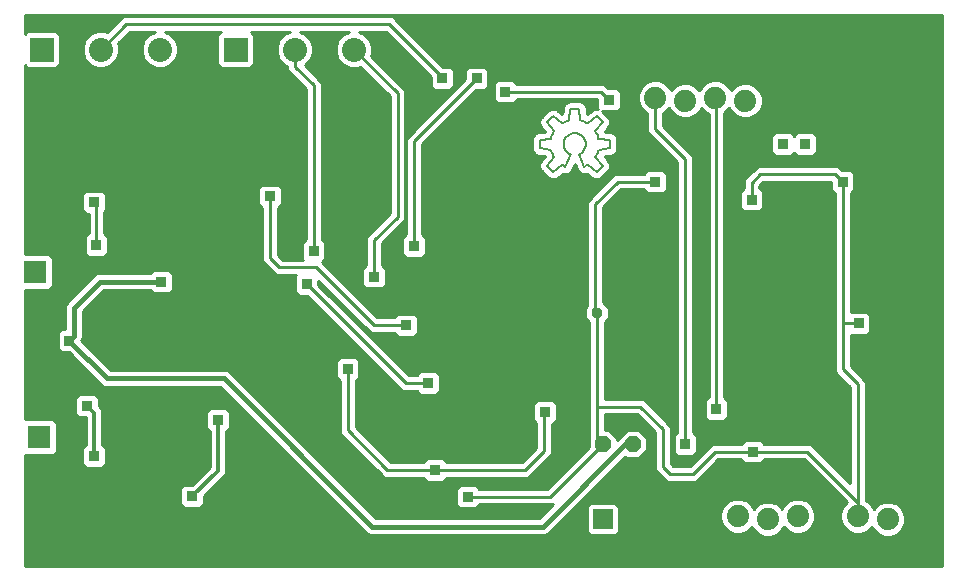
<source format=gbl>
G75*
G70*
%OFA0B0*%
%FSLAX24Y24*%
%IPPOS*%
%LPD*%
%AMOC8*
5,1,8,0,0,1.08239X$1,22.5*
%
%ADD10R,0.0650X0.0650*%
%ADD11C,0.0650*%
%ADD12OC8,0.0520*%
%ADD13C,0.0740*%
%ADD14R,0.0800X0.0800*%
%ADD15C,0.0800*%
%ADD16R,0.0360X0.0360*%
%ADD17C,0.0100*%
%ADD18C,0.0120*%
%ADD19R,0.0780X0.0780*%
%ADD20OC8,0.0360*%
%ADD21C,0.0160*%
%ADD22C,0.0079*%
D10*
X020296Y002160D03*
D11*
X021296Y002160D03*
D12*
X021296Y004660D03*
X020796Y005410D03*
X020296Y004660D03*
D13*
X024796Y002260D03*
X025796Y002160D03*
X026796Y002260D03*
X027796Y002160D03*
X028796Y002260D03*
X029796Y002160D03*
X025046Y016110D03*
X024046Y016210D03*
X023046Y016110D03*
X022046Y016210D03*
D14*
X008063Y017814D03*
X001597Y017814D03*
D15*
X003565Y017814D03*
X005534Y017814D03*
X010032Y017814D03*
X012000Y017814D03*
D16*
X013378Y017365D03*
X014953Y016853D03*
X014166Y016105D03*
X015740Y015357D03*
X017046Y016410D03*
X016095Y016853D03*
X017040Y017798D03*
X018614Y018585D03*
X020504Y016144D03*
X022046Y013410D03*
X020977Y011617D03*
X019008Y012286D03*
X017813Y010400D03*
X016632Y010400D03*
X015372Y010558D03*
X014008Y011262D03*
X014664Y011699D03*
X012670Y010239D03*
X011986Y010085D03*
X010425Y010003D03*
X009047Y009451D03*
X008260Y009451D03*
X007473Y009451D03*
X005583Y010081D03*
X003418Y011302D03*
X005075Y011796D03*
X003339Y012719D03*
X003142Y014215D03*
X004717Y014215D03*
X004717Y015396D03*
X003142Y015396D03*
X006685Y015396D03*
X006685Y014215D03*
X009205Y012916D03*
X009835Y013821D03*
X011410Y014609D03*
X012197Y014609D03*
X012197Y016184D03*
X011410Y016184D03*
X009441Y016184D03*
X015490Y013825D03*
X012197Y012207D03*
X010662Y011105D03*
X013733Y008625D03*
X015821Y008247D03*
X016609Y008247D03*
X017790Y008247D03*
X019362Y006302D03*
X018376Y005730D03*
X021331Y006695D03*
X024086Y005830D03*
X023046Y004660D03*
X025296Y004410D03*
X026882Y005199D03*
X026882Y006380D03*
X029244Y007562D03*
X028823Y008691D03*
X025268Y008664D03*
X025268Y007877D03*
X025268Y009845D03*
X025268Y011026D03*
X027276Y012286D03*
X028296Y013410D03*
X028457Y014648D03*
X027046Y014660D03*
X026296Y014660D03*
X026488Y016223D03*
X028457Y016223D03*
X031410Y015947D03*
X031398Y012394D03*
X025256Y012810D03*
X014481Y006695D03*
X013733Y006105D03*
X011796Y007160D03*
X011016Y007089D03*
X009835Y007089D03*
X009835Y005908D03*
X011016Y005908D03*
X013063Y004727D03*
X014706Y003800D03*
X015796Y002910D03*
X013866Y002660D03*
X012276Y003546D03*
X009638Y000751D03*
X008851Y000751D03*
X008063Y000751D03*
X007276Y000751D03*
X006488Y000751D03*
X005701Y000751D03*
X004914Y000751D03*
X004126Y000751D03*
X003339Y000751D03*
X002551Y000751D03*
X001764Y000751D03*
X001213Y001341D03*
X003339Y004254D03*
X005075Y004788D03*
X003103Y005947D03*
X001173Y006341D03*
X001173Y007129D03*
X001173Y007916D03*
X001173Y008703D03*
X001173Y009491D03*
X002512Y008113D03*
X005154Y008331D03*
X007473Y005475D03*
X006607Y002916D03*
X018496Y003703D03*
X022296Y002160D03*
X027276Y003231D03*
X029274Y003731D03*
X030032Y005593D03*
D17*
X001021Y004284D02*
X001021Y000610D01*
X031596Y000610D01*
X031596Y018952D01*
X001021Y018952D01*
X001021Y018335D01*
X001110Y018424D01*
X002084Y018424D01*
X002207Y018301D01*
X002207Y017327D01*
X002084Y017204D01*
X001110Y017204D01*
X001021Y017292D01*
X001021Y010996D01*
X001847Y010996D01*
X001970Y010873D01*
X001970Y009919D01*
X001847Y009796D01*
X001021Y009796D01*
X001021Y005484D01*
X001965Y005484D01*
X002088Y005361D01*
X002088Y004407D01*
X001965Y004284D01*
X001021Y004284D01*
X001021Y004199D02*
X002949Y004199D01*
X002949Y004297D02*
X001978Y004297D01*
X002077Y004396D02*
X002949Y004396D01*
X002949Y004494D02*
X002088Y004494D01*
X002088Y004593D02*
X003020Y004593D01*
X003069Y004641D02*
X002949Y004521D01*
X002949Y003988D01*
X003072Y003864D01*
X003606Y003864D01*
X003729Y003988D01*
X003729Y004521D01*
X003609Y004641D01*
X003609Y005765D01*
X003568Y005864D01*
X003493Y005939D01*
X003493Y006214D01*
X003370Y006337D01*
X002836Y006337D01*
X002713Y006214D01*
X002713Y005680D01*
X002836Y005557D01*
X003069Y005557D01*
X003069Y004641D01*
X003069Y004691D02*
X002088Y004691D01*
X002088Y004790D02*
X003069Y004790D01*
X003069Y004888D02*
X002088Y004888D01*
X002088Y004987D02*
X003069Y004987D01*
X003069Y005085D02*
X002088Y005085D01*
X002088Y005184D02*
X003069Y005184D01*
X003069Y005282D02*
X002088Y005282D01*
X002069Y005381D02*
X003069Y005381D01*
X003069Y005479D02*
X001971Y005479D01*
X002717Y005676D02*
X001021Y005676D01*
X001021Y005578D02*
X002816Y005578D01*
X002713Y005775D02*
X001021Y005775D01*
X001021Y005873D02*
X002713Y005873D01*
X002713Y005972D02*
X001021Y005972D01*
X001021Y006070D02*
X002713Y006070D01*
X002713Y006169D02*
X001021Y006169D01*
X001021Y006267D02*
X002765Y006267D01*
X003440Y006267D02*
X007845Y006267D01*
X007747Y006366D02*
X001021Y006366D01*
X001021Y006464D02*
X007648Y006464D01*
X007550Y006563D02*
X001021Y006563D01*
X001021Y006661D02*
X003554Y006661D01*
X003608Y006607D02*
X003714Y006563D01*
X007549Y006563D01*
X012448Y001664D01*
X012555Y001620D01*
X018353Y001620D01*
X018460Y001664D01*
X018541Y001746D01*
X021043Y004248D01*
X021101Y004190D01*
X021490Y004190D01*
X021766Y004465D01*
X021766Y004855D01*
X021490Y005130D01*
X021101Y005130D01*
X020826Y004855D01*
X020826Y004850D01*
X020800Y004824D01*
X020766Y004790D01*
X020766Y004855D01*
X020490Y005130D01*
X020366Y005130D01*
X020366Y005650D01*
X021438Y005650D01*
X022036Y005052D01*
X022036Y003858D01*
X022075Y003763D01*
X022148Y003690D01*
X022398Y003440D01*
X022494Y003400D01*
X023347Y003400D01*
X023443Y003440D01*
X024153Y004150D01*
X024906Y004150D01*
X024906Y004143D01*
X025029Y004020D01*
X025562Y004020D01*
X025686Y004143D01*
X025686Y004150D01*
X027001Y004150D01*
X028433Y002718D01*
X028304Y002589D01*
X028216Y002375D01*
X028216Y002145D01*
X028304Y001931D01*
X028467Y001768D01*
X028680Y001680D01*
X028911Y001680D01*
X029124Y001768D01*
X029270Y001914D01*
X029304Y001831D01*
X029467Y001668D01*
X029680Y001580D01*
X029911Y001580D01*
X030124Y001668D01*
X030287Y001831D01*
X030376Y002045D01*
X030376Y002275D01*
X030287Y002489D01*
X030124Y002652D01*
X029911Y002740D01*
X029680Y002740D01*
X029467Y002652D01*
X029321Y002506D01*
X029287Y002589D01*
X029124Y002752D01*
X029058Y002779D01*
X029056Y002786D01*
X029056Y006712D01*
X029016Y006807D01*
X028556Y007268D01*
X028556Y008302D01*
X028556Y008301D01*
X029090Y008301D01*
X029213Y008425D01*
X029213Y008958D01*
X029090Y009081D01*
X028556Y009081D01*
X028556Y013020D01*
X028562Y013020D01*
X028686Y013143D01*
X028686Y013677D01*
X028562Y013800D01*
X028273Y013800D01*
X028193Y013880D01*
X028097Y013920D01*
X025494Y013920D01*
X025398Y013880D01*
X025325Y013807D01*
X025035Y013517D01*
X024996Y013422D01*
X024996Y013200D01*
X024989Y013200D01*
X024866Y013077D01*
X024866Y012543D01*
X024989Y012420D01*
X025522Y012420D01*
X025646Y012543D01*
X025646Y013077D01*
X025522Y013200D01*
X025516Y013200D01*
X025516Y013262D01*
X025653Y013400D01*
X027906Y013400D01*
X027906Y013143D01*
X028029Y013020D01*
X028036Y013020D01*
X028036Y007108D01*
X028075Y007013D01*
X028536Y006552D01*
X028536Y003351D01*
X027256Y004630D01*
X027160Y004670D01*
X025686Y004670D01*
X025686Y004677D01*
X025562Y004800D01*
X025029Y004800D01*
X024906Y004677D01*
X024906Y004670D01*
X023994Y004670D01*
X023898Y004630D01*
X023188Y003920D01*
X022653Y003920D01*
X022556Y004018D01*
X022556Y005212D01*
X022516Y005307D01*
X021766Y006057D01*
X021693Y006130D01*
X021597Y006170D01*
X020366Y006170D01*
X020366Y008748D01*
X020496Y008878D01*
X020496Y009202D01*
X020306Y009392D01*
X020306Y012552D01*
X020903Y013150D01*
X021656Y013150D01*
X021656Y013143D01*
X021779Y013020D01*
X022312Y013020D01*
X022436Y013143D01*
X022436Y013677D01*
X022312Y013800D01*
X021779Y013800D01*
X021656Y013677D01*
X021656Y013670D01*
X020744Y013670D01*
X020648Y013630D01*
X019825Y012807D01*
X019786Y012712D01*
X019786Y009328D01*
X019765Y009307D01*
X019726Y009212D01*
X019726Y009212D01*
X019716Y009202D01*
X019716Y008878D01*
X019846Y008748D01*
X019846Y004875D01*
X019826Y004855D01*
X019826Y004558D01*
X018438Y003170D01*
X016186Y003170D01*
X016186Y003177D01*
X016062Y003300D01*
X015529Y003300D01*
X015406Y003177D01*
X015406Y002643D01*
X015529Y002520D01*
X016062Y002520D01*
X016186Y002643D01*
X016186Y002650D01*
X018597Y002650D01*
X018645Y002670D01*
X018175Y002200D01*
X012733Y002200D01*
X007915Y007017D01*
X007834Y007099D01*
X007727Y007143D01*
X003892Y007143D01*
X002919Y008116D01*
X002960Y008213D01*
X002960Y009095D01*
X003656Y009791D01*
X005216Y009791D01*
X005316Y009691D01*
X005850Y009691D01*
X005973Y009814D01*
X005973Y010348D01*
X005850Y010471D01*
X005316Y010471D01*
X005216Y010371D01*
X003478Y010371D01*
X003371Y010327D01*
X002505Y009461D01*
X002424Y009379D01*
X002380Y009273D01*
X002380Y008503D01*
X002245Y008503D01*
X002122Y008380D01*
X002122Y007846D01*
X002245Y007723D01*
X002492Y007723D01*
X003608Y006607D01*
X003455Y006760D02*
X001021Y006760D01*
X001021Y006858D02*
X003357Y006858D01*
X003258Y006957D02*
X001021Y006957D01*
X001021Y007055D02*
X003160Y007055D01*
X003061Y007154D02*
X001021Y007154D01*
X001021Y007252D02*
X002963Y007252D01*
X002864Y007351D02*
X001021Y007351D01*
X001021Y007449D02*
X002766Y007449D01*
X002667Y007548D02*
X001021Y007548D01*
X001021Y007646D02*
X002569Y007646D01*
X002223Y007745D02*
X001021Y007745D01*
X001021Y007843D02*
X002125Y007843D01*
X002122Y007942D02*
X001021Y007942D01*
X001021Y008040D02*
X002122Y008040D01*
X002122Y008139D02*
X001021Y008139D01*
X001021Y008237D02*
X002122Y008237D01*
X002122Y008336D02*
X001021Y008336D01*
X001021Y008434D02*
X002176Y008434D01*
X002380Y008533D02*
X001021Y008533D01*
X001021Y008631D02*
X002380Y008631D01*
X002380Y008730D02*
X001021Y008730D01*
X001021Y008828D02*
X002380Y008828D01*
X002380Y008927D02*
X001021Y008927D01*
X001021Y009025D02*
X002380Y009025D01*
X002380Y009124D02*
X001021Y009124D01*
X001021Y009222D02*
X002380Y009222D01*
X002399Y009321D02*
X001021Y009321D01*
X001021Y009419D02*
X002463Y009419D01*
X002562Y009518D02*
X001021Y009518D01*
X001021Y009616D02*
X002660Y009616D01*
X002759Y009715D02*
X001021Y009715D01*
X001864Y009813D02*
X002857Y009813D01*
X002956Y009912D02*
X001963Y009912D01*
X001970Y010010D02*
X003054Y010010D01*
X003153Y010109D02*
X001970Y010109D01*
X001970Y010207D02*
X003251Y010207D01*
X003350Y010306D02*
X001970Y010306D01*
X001970Y010404D02*
X005249Y010404D01*
X005917Y010404D02*
X009302Y010404D01*
X009373Y010333D02*
X009058Y010648D01*
X008985Y010721D01*
X008945Y010817D01*
X008945Y012526D01*
X008938Y012526D01*
X008815Y012649D01*
X008815Y013183D01*
X008938Y013306D01*
X009472Y013306D01*
X009595Y013183D01*
X009595Y012649D01*
X009472Y012526D01*
X009465Y012526D01*
X009465Y010976D01*
X009628Y010814D01*
X010296Y010814D01*
X010272Y010838D01*
X010272Y011372D01*
X010395Y011495D01*
X010402Y011495D01*
X010402Y016509D01*
X009884Y017026D01*
X009811Y017099D01*
X009772Y017195D01*
X009772Y017261D01*
X009686Y017296D01*
X009515Y017468D01*
X009422Y017692D01*
X009422Y017935D01*
X009515Y018159D01*
X009686Y018331D01*
X009863Y018404D01*
X008570Y018404D01*
X008673Y018301D01*
X008673Y017327D01*
X008550Y017204D01*
X007576Y017204D01*
X007453Y017327D01*
X007453Y018301D01*
X007557Y018404D01*
X005702Y018404D01*
X005879Y018331D01*
X006051Y018159D01*
X006144Y017935D01*
X006144Y017692D01*
X006051Y017468D01*
X005879Y017296D01*
X005655Y017204D01*
X005412Y017204D01*
X005188Y017296D01*
X005017Y017468D01*
X004924Y017692D01*
X004924Y017935D01*
X005017Y018159D01*
X005188Y018331D01*
X005365Y018404D01*
X004523Y018404D01*
X004140Y018020D01*
X004175Y017935D01*
X004175Y017692D01*
X004082Y017468D01*
X003911Y017296D01*
X003687Y017204D01*
X003444Y017204D01*
X003220Y017296D01*
X003048Y017468D01*
X002955Y017692D01*
X002955Y017935D01*
X003048Y018159D01*
X003220Y018331D01*
X003444Y018424D01*
X003687Y018424D01*
X003772Y018388D01*
X004268Y018884D01*
X004364Y018924D01*
X013233Y018924D01*
X013329Y018884D01*
X013402Y018811D01*
X014970Y017243D01*
X015220Y017243D01*
X015343Y017120D01*
X015343Y016586D01*
X015220Y016463D01*
X014686Y016463D01*
X014563Y016586D01*
X014563Y016915D01*
X013074Y018404D01*
X012169Y018404D01*
X012346Y018331D01*
X012517Y018159D01*
X012610Y017935D01*
X012610Y017692D01*
X012575Y017607D01*
X013677Y016504D01*
X013717Y016409D01*
X013717Y012195D01*
X013677Y012099D01*
X013604Y012026D01*
X012930Y011352D01*
X012930Y010629D01*
X012937Y010629D01*
X013060Y010506D01*
X013060Y009972D01*
X012937Y009849D01*
X012403Y009849D01*
X012280Y009972D01*
X012280Y010506D01*
X012403Y010629D01*
X012410Y010629D01*
X012410Y011511D01*
X012449Y011606D01*
X013197Y012354D01*
X013197Y016249D01*
X012207Y017239D01*
X012122Y017204D01*
X011879Y017204D01*
X011655Y017296D01*
X011483Y017468D01*
X011390Y017692D01*
X011390Y017935D01*
X011483Y018159D01*
X011655Y018331D01*
X011832Y018404D01*
X010200Y018404D01*
X010377Y018331D01*
X010549Y018159D01*
X010642Y017935D01*
X010642Y017692D01*
X010549Y017468D01*
X010377Y017296D01*
X010358Y017288D01*
X010882Y016764D01*
X010922Y016668D01*
X010922Y011495D01*
X010929Y011495D01*
X011052Y011372D01*
X011052Y010838D01*
X010938Y010724D01*
X010961Y010701D01*
X012777Y008885D01*
X013343Y008885D01*
X013343Y008892D01*
X013466Y009015D01*
X014000Y009015D01*
X014123Y008892D01*
X014123Y008358D01*
X014000Y008235D01*
X013466Y008235D01*
X013343Y008358D01*
X013343Y008365D01*
X012618Y008365D01*
X012522Y008404D01*
X010815Y010111D01*
X010815Y009980D01*
X013840Y006955D01*
X014091Y006955D01*
X014091Y006962D01*
X014214Y007085D01*
X014748Y007085D01*
X014871Y006962D01*
X014871Y006428D01*
X014748Y006305D01*
X014214Y006305D01*
X014091Y006428D01*
X014091Y006435D01*
X013681Y006435D01*
X013585Y006475D01*
X010448Y009613D01*
X010158Y009613D01*
X010035Y009736D01*
X010035Y010270D01*
X010060Y010294D01*
X009468Y010294D01*
X009373Y010333D01*
X009440Y010306D02*
X005973Y010306D01*
X005973Y010207D02*
X010035Y010207D01*
X010035Y010109D02*
X005973Y010109D01*
X005973Y010010D02*
X010035Y010010D01*
X010035Y009912D02*
X005973Y009912D01*
X005972Y009813D02*
X010035Y009813D01*
X010056Y009715D02*
X005873Y009715D01*
X005293Y009715D02*
X003579Y009715D01*
X003481Y009616D02*
X010155Y009616D01*
X010543Y009518D02*
X003382Y009518D01*
X003284Y009419D02*
X010641Y009419D01*
X010740Y009321D02*
X003185Y009321D01*
X003087Y009222D02*
X010838Y009222D01*
X010937Y009124D02*
X002988Y009124D01*
X002960Y009025D02*
X011035Y009025D01*
X011134Y008927D02*
X002960Y008927D01*
X002960Y008828D02*
X011232Y008828D01*
X011331Y008730D02*
X002960Y008730D01*
X002960Y008631D02*
X011429Y008631D01*
X011528Y008533D02*
X002960Y008533D01*
X002960Y008434D02*
X011626Y008434D01*
X011725Y008336D02*
X002960Y008336D01*
X002960Y008237D02*
X011823Y008237D01*
X011922Y008139D02*
X002929Y008139D01*
X002995Y008040D02*
X012020Y008040D01*
X012119Y007942D02*
X003093Y007942D01*
X003192Y007843D02*
X012217Y007843D01*
X012316Y007745D02*
X003290Y007745D01*
X003389Y007646D02*
X012414Y007646D01*
X012513Y007548D02*
X012065Y007548D01*
X012062Y007550D02*
X011529Y007550D01*
X011406Y007427D01*
X011406Y006893D01*
X011529Y006770D01*
X011536Y006770D01*
X011536Y005068D01*
X011575Y004973D01*
X012895Y003653D01*
X012968Y003580D01*
X013064Y003540D01*
X014316Y003540D01*
X014316Y003533D01*
X014439Y003410D01*
X014972Y003410D01*
X015096Y003533D01*
X015096Y003540D01*
X017757Y003540D01*
X017853Y003580D01*
X018493Y004220D01*
X018566Y004293D01*
X018606Y004388D01*
X018606Y005340D01*
X018642Y005340D01*
X018766Y005463D01*
X018766Y005997D01*
X018642Y006120D01*
X018109Y006120D01*
X017986Y005997D01*
X017986Y005463D01*
X018086Y005363D01*
X018086Y004548D01*
X017598Y004060D01*
X015096Y004060D01*
X015096Y004067D01*
X014972Y004190D01*
X014439Y004190D01*
X014316Y004067D01*
X014316Y004060D01*
X013223Y004060D01*
X012056Y005228D01*
X012056Y006770D01*
X012062Y006770D01*
X012186Y006893D01*
X012186Y007427D01*
X012062Y007550D01*
X012163Y007449D02*
X012611Y007449D01*
X012710Y007351D02*
X012186Y007351D01*
X012186Y007252D02*
X012808Y007252D01*
X012907Y007154D02*
X012186Y007154D01*
X012186Y007055D02*
X013005Y007055D01*
X013104Y006957D02*
X012186Y006957D01*
X012151Y006858D02*
X013202Y006858D01*
X013301Y006760D02*
X012056Y006760D01*
X012056Y006661D02*
X013399Y006661D01*
X013498Y006563D02*
X012056Y006563D01*
X012056Y006464D02*
X013612Y006464D01*
X014153Y006366D02*
X012056Y006366D01*
X012056Y006267D02*
X019846Y006267D01*
X019846Y006169D02*
X012056Y006169D01*
X012056Y006070D02*
X018059Y006070D01*
X017986Y005972D02*
X012056Y005972D01*
X012056Y005873D02*
X017986Y005873D01*
X017986Y005775D02*
X012056Y005775D01*
X012056Y005676D02*
X017986Y005676D01*
X017986Y005578D02*
X012056Y005578D01*
X012056Y005479D02*
X017986Y005479D01*
X018068Y005381D02*
X012056Y005381D01*
X012056Y005282D02*
X018086Y005282D01*
X018086Y005184D02*
X012100Y005184D01*
X012198Y005085D02*
X018086Y005085D01*
X018086Y004987D02*
X012297Y004987D01*
X012395Y004888D02*
X018086Y004888D01*
X018086Y004790D02*
X012494Y004790D01*
X012592Y004691D02*
X018086Y004691D01*
X018086Y004593D02*
X012691Y004593D01*
X012789Y004494D02*
X018032Y004494D01*
X017933Y004396D02*
X012888Y004396D01*
X012986Y004297D02*
X017835Y004297D01*
X017736Y004199D02*
X013085Y004199D01*
X013183Y004100D02*
X014349Y004100D01*
X014706Y003800D02*
X017706Y003800D01*
X018346Y004440D01*
X018346Y005700D01*
X018376Y005730D01*
X018692Y006070D02*
X019846Y006070D01*
X019846Y005972D02*
X018766Y005972D01*
X018766Y005873D02*
X019846Y005873D01*
X019846Y005775D02*
X018766Y005775D01*
X018766Y005676D02*
X019846Y005676D01*
X019846Y005578D02*
X018766Y005578D01*
X018766Y005479D02*
X019846Y005479D01*
X019846Y005381D02*
X018683Y005381D01*
X018606Y005282D02*
X019846Y005282D01*
X019846Y005184D02*
X018606Y005184D01*
X018606Y005085D02*
X019846Y005085D01*
X019846Y004987D02*
X018606Y004987D01*
X018606Y004888D02*
X019846Y004888D01*
X019826Y004790D02*
X018606Y004790D01*
X018606Y004691D02*
X019826Y004691D01*
X019826Y004593D02*
X018606Y004593D01*
X018606Y004494D02*
X019762Y004494D01*
X019663Y004396D02*
X018606Y004396D01*
X018568Y004297D02*
X019565Y004297D01*
X019466Y004199D02*
X018472Y004199D01*
X018373Y004100D02*
X019368Y004100D01*
X019269Y004002D02*
X018275Y004002D01*
X018176Y003903D02*
X019171Y003903D01*
X019072Y003805D02*
X018078Y003805D01*
X017979Y003706D02*
X018974Y003706D01*
X018875Y003608D02*
X017881Y003608D01*
X017638Y004100D02*
X015062Y004100D01*
X014706Y003800D02*
X013116Y003800D01*
X011796Y005120D01*
X011796Y007160D01*
X011406Y007154D02*
X003881Y007154D01*
X003783Y007252D02*
X011406Y007252D01*
X011406Y007351D02*
X003684Y007351D01*
X003586Y007449D02*
X011428Y007449D01*
X011526Y007548D02*
X003487Y007548D01*
X003493Y006169D02*
X007944Y006169D01*
X008042Y006070D02*
X003493Y006070D01*
X003493Y005972D02*
X008141Y005972D01*
X008239Y005873D02*
X003559Y005873D01*
X003605Y005775D02*
X007115Y005775D01*
X007083Y005742D02*
X007206Y005865D01*
X007740Y005865D01*
X007863Y005742D01*
X007863Y005208D01*
X007743Y005088D01*
X007743Y003728D01*
X007702Y003629D01*
X006997Y002924D01*
X006997Y002649D01*
X006874Y002526D01*
X006340Y002526D01*
X006217Y002649D01*
X006217Y003183D01*
X006340Y003306D01*
X006615Y003306D01*
X007203Y003894D01*
X007203Y005088D01*
X007083Y005208D01*
X007083Y005742D01*
X007083Y005676D02*
X003609Y005676D01*
X003609Y005578D02*
X007083Y005578D01*
X007083Y005479D02*
X003609Y005479D01*
X003609Y005381D02*
X007083Y005381D01*
X007083Y005282D02*
X003609Y005282D01*
X003609Y005184D02*
X007107Y005184D01*
X007203Y005085D02*
X003609Y005085D01*
X003609Y004987D02*
X007203Y004987D01*
X007203Y004888D02*
X003609Y004888D01*
X003609Y004790D02*
X007203Y004790D01*
X007203Y004691D02*
X003609Y004691D01*
X003658Y004593D02*
X007203Y004593D01*
X007203Y004494D02*
X003729Y004494D01*
X003729Y004396D02*
X007203Y004396D01*
X007203Y004297D02*
X003729Y004297D01*
X003729Y004199D02*
X007203Y004199D01*
X007203Y004100D02*
X003729Y004100D01*
X003729Y004002D02*
X007203Y004002D01*
X007203Y003903D02*
X003644Y003903D01*
X003033Y003903D02*
X001021Y003903D01*
X001021Y003805D02*
X007113Y003805D01*
X007015Y003706D02*
X001021Y003706D01*
X001021Y003608D02*
X006916Y003608D01*
X006818Y003509D02*
X001021Y003509D01*
X001021Y003411D02*
X006719Y003411D01*
X006621Y003312D02*
X001021Y003312D01*
X001021Y003214D02*
X006247Y003214D01*
X006217Y003115D02*
X001021Y003115D01*
X001021Y003017D02*
X006217Y003017D01*
X006217Y002918D02*
X001021Y002918D01*
X001021Y002820D02*
X006217Y002820D01*
X006217Y002721D02*
X001021Y002721D01*
X001021Y002623D02*
X006243Y002623D01*
X006970Y002623D02*
X011490Y002623D01*
X011391Y002721D02*
X006997Y002721D01*
X006997Y002820D02*
X011293Y002820D01*
X011194Y002918D02*
X006997Y002918D01*
X007089Y003017D02*
X011096Y003017D01*
X010997Y003115D02*
X007187Y003115D01*
X007286Y003214D02*
X010899Y003214D01*
X010800Y003312D02*
X007384Y003312D01*
X007483Y003411D02*
X010702Y003411D01*
X010603Y003509D02*
X007581Y003509D01*
X007680Y003608D02*
X010505Y003608D01*
X010406Y003706D02*
X007733Y003706D01*
X007743Y003805D02*
X010308Y003805D01*
X010209Y003903D02*
X007743Y003903D01*
X007743Y004002D02*
X010111Y004002D01*
X010012Y004100D02*
X007743Y004100D01*
X007743Y004199D02*
X009914Y004199D01*
X009815Y004297D02*
X007743Y004297D01*
X007743Y004396D02*
X009717Y004396D01*
X009618Y004494D02*
X007743Y004494D01*
X007743Y004593D02*
X009520Y004593D01*
X009421Y004691D02*
X007743Y004691D01*
X007743Y004790D02*
X009323Y004790D01*
X009224Y004888D02*
X007743Y004888D01*
X007743Y004987D02*
X009126Y004987D01*
X009027Y005085D02*
X007743Y005085D01*
X007838Y005184D02*
X008929Y005184D01*
X008830Y005282D02*
X007863Y005282D01*
X007863Y005381D02*
X008732Y005381D01*
X008633Y005479D02*
X007863Y005479D01*
X007863Y005578D02*
X008535Y005578D01*
X008436Y005676D02*
X007863Y005676D01*
X007830Y005775D02*
X008338Y005775D01*
X008764Y006169D02*
X011536Y006169D01*
X011536Y006267D02*
X008666Y006267D01*
X008567Y006366D02*
X011536Y006366D01*
X011536Y006464D02*
X008469Y006464D01*
X008370Y006563D02*
X011536Y006563D01*
X011536Y006661D02*
X008272Y006661D01*
X008173Y006760D02*
X011536Y006760D01*
X011441Y006858D02*
X008075Y006858D01*
X007976Y006957D02*
X011406Y006957D01*
X011406Y007055D02*
X007878Y007055D01*
X008863Y006070D02*
X011536Y006070D01*
X011536Y005972D02*
X008961Y005972D01*
X009060Y005873D02*
X011536Y005873D01*
X011536Y005775D02*
X009158Y005775D01*
X009257Y005676D02*
X011536Y005676D01*
X011536Y005578D02*
X009355Y005578D01*
X009454Y005479D02*
X011536Y005479D01*
X011536Y005381D02*
X009552Y005381D01*
X009651Y005282D02*
X011536Y005282D01*
X011536Y005184D02*
X009749Y005184D01*
X009848Y005085D02*
X011536Y005085D01*
X011569Y004987D02*
X009946Y004987D01*
X010045Y004888D02*
X011660Y004888D01*
X011758Y004790D02*
X010143Y004790D01*
X010242Y004691D02*
X011857Y004691D01*
X011955Y004593D02*
X010340Y004593D01*
X010439Y004494D02*
X012054Y004494D01*
X012152Y004396D02*
X010537Y004396D01*
X010636Y004297D02*
X012251Y004297D01*
X012349Y004199D02*
X010734Y004199D01*
X010833Y004100D02*
X012448Y004100D01*
X012546Y004002D02*
X010931Y004002D01*
X011030Y003903D02*
X012645Y003903D01*
X012743Y003805D02*
X011128Y003805D01*
X011227Y003706D02*
X012842Y003706D01*
X012940Y003608D02*
X011325Y003608D01*
X011424Y003509D02*
X014340Y003509D01*
X014438Y003411D02*
X011522Y003411D01*
X011621Y003312D02*
X018580Y003312D01*
X018678Y003411D02*
X014973Y003411D01*
X015072Y003509D02*
X018777Y003509D01*
X018481Y003214D02*
X016149Y003214D01*
X015796Y002910D02*
X018546Y002910D01*
X020296Y004660D01*
X020106Y004850D01*
X020106Y005910D01*
X021546Y005910D01*
X022296Y005160D01*
X022296Y003910D01*
X022546Y003660D01*
X023296Y003660D01*
X024046Y004410D01*
X025296Y004410D01*
X027109Y004410D01*
X028803Y002715D01*
X028803Y002459D01*
X028796Y002467D01*
X028796Y006660D01*
X028296Y007160D01*
X028296Y008684D01*
X028303Y008691D01*
X028823Y008691D01*
X029213Y008730D02*
X031596Y008730D01*
X031596Y008828D02*
X029213Y008828D01*
X029213Y008927D02*
X031596Y008927D01*
X031596Y009025D02*
X029147Y009025D01*
X029213Y008631D02*
X031596Y008631D01*
X031596Y008533D02*
X029213Y008533D01*
X029213Y008434D02*
X031596Y008434D01*
X031596Y008336D02*
X029124Y008336D01*
X028556Y008237D02*
X031596Y008237D01*
X031596Y008139D02*
X028556Y008139D01*
X028556Y008040D02*
X031596Y008040D01*
X031596Y007942D02*
X028556Y007942D01*
X028556Y007843D02*
X031596Y007843D01*
X031596Y007745D02*
X028556Y007745D01*
X028556Y007646D02*
X031596Y007646D01*
X031596Y007548D02*
X028556Y007548D01*
X028556Y007449D02*
X031596Y007449D01*
X031596Y007351D02*
X028556Y007351D01*
X028571Y007252D02*
X031596Y007252D01*
X031596Y007154D02*
X028670Y007154D01*
X028768Y007055D02*
X031596Y007055D01*
X031596Y006957D02*
X028867Y006957D01*
X028965Y006858D02*
X031596Y006858D01*
X031596Y006760D02*
X029036Y006760D01*
X029056Y006661D02*
X031596Y006661D01*
X031596Y006563D02*
X029056Y006563D01*
X029056Y006464D02*
X031596Y006464D01*
X031596Y006366D02*
X029056Y006366D01*
X029056Y006267D02*
X031596Y006267D01*
X031596Y006169D02*
X029056Y006169D01*
X029056Y006070D02*
X031596Y006070D01*
X031596Y005972D02*
X029056Y005972D01*
X029056Y005873D02*
X031596Y005873D01*
X031596Y005775D02*
X029056Y005775D01*
X029056Y005676D02*
X031596Y005676D01*
X031596Y005578D02*
X029056Y005578D01*
X029056Y005479D02*
X031596Y005479D01*
X031596Y005381D02*
X029056Y005381D01*
X029056Y005282D02*
X031596Y005282D01*
X031596Y005184D02*
X029056Y005184D01*
X029056Y005085D02*
X031596Y005085D01*
X031596Y004987D02*
X029056Y004987D01*
X029056Y004888D02*
X031596Y004888D01*
X031596Y004790D02*
X029056Y004790D01*
X029056Y004691D02*
X031596Y004691D01*
X031596Y004593D02*
X029056Y004593D01*
X029056Y004494D02*
X031596Y004494D01*
X031596Y004396D02*
X029056Y004396D01*
X029056Y004297D02*
X031596Y004297D01*
X031596Y004199D02*
X029056Y004199D01*
X029056Y004100D02*
X031596Y004100D01*
X031596Y004002D02*
X029056Y004002D01*
X029056Y003903D02*
X031596Y003903D01*
X031596Y003805D02*
X029056Y003805D01*
X029056Y003706D02*
X031596Y003706D01*
X031596Y003608D02*
X029056Y003608D01*
X029056Y003509D02*
X031596Y003509D01*
X031596Y003411D02*
X029056Y003411D01*
X029056Y003312D02*
X031596Y003312D01*
X031596Y003214D02*
X029056Y003214D01*
X029056Y003115D02*
X031596Y003115D01*
X031596Y003017D02*
X029056Y003017D01*
X029056Y002918D02*
X031596Y002918D01*
X031596Y002820D02*
X029056Y002820D01*
X029155Y002721D02*
X029634Y002721D01*
X029438Y002623D02*
X029253Y002623D01*
X029314Y002524D02*
X029339Y002524D01*
X028803Y002459D02*
X028803Y002268D01*
X028796Y002260D01*
X028796Y002410D01*
X028430Y002721D02*
X027155Y002721D01*
X027124Y002752D02*
X027287Y002589D01*
X027376Y002375D01*
X027376Y002145D01*
X027287Y001931D01*
X027124Y001768D01*
X026911Y001680D01*
X026680Y001680D01*
X026467Y001768D01*
X026321Y001914D01*
X026287Y001831D01*
X026124Y001668D01*
X025911Y001580D01*
X025680Y001580D01*
X025467Y001668D01*
X025304Y001831D01*
X025270Y001914D01*
X025124Y001768D01*
X024911Y001680D01*
X024680Y001680D01*
X024467Y001768D01*
X024304Y001931D01*
X024216Y002145D01*
X024216Y002375D01*
X024304Y002589D01*
X024467Y002752D01*
X024680Y002840D01*
X024911Y002840D01*
X025124Y002752D01*
X025287Y002589D01*
X025321Y002506D01*
X025467Y002652D01*
X025680Y002740D01*
X025911Y002740D01*
X026124Y002652D01*
X026270Y002506D01*
X026304Y002589D01*
X026467Y002752D01*
X026680Y002840D01*
X026911Y002840D01*
X027124Y002752D01*
X026960Y002820D02*
X028331Y002820D01*
X028233Y002918D02*
X019714Y002918D01*
X019812Y003017D02*
X028134Y003017D01*
X028036Y003115D02*
X019911Y003115D01*
X020009Y003214D02*
X027937Y003214D01*
X027839Y003312D02*
X020108Y003312D01*
X020206Y003411D02*
X022468Y003411D01*
X022329Y003509D02*
X020305Y003509D01*
X020403Y003608D02*
X022230Y003608D01*
X022132Y003706D02*
X020502Y003706D01*
X020600Y003805D02*
X022058Y003805D01*
X022036Y003903D02*
X020699Y003903D01*
X020797Y004002D02*
X022036Y004002D01*
X022036Y004100D02*
X020896Y004100D01*
X020994Y004199D02*
X021092Y004199D01*
X021499Y004199D02*
X022036Y004199D01*
X022036Y004297D02*
X021597Y004297D01*
X021696Y004396D02*
X022036Y004396D01*
X022036Y004494D02*
X021766Y004494D01*
X021766Y004593D02*
X022036Y004593D01*
X022036Y004691D02*
X021766Y004691D01*
X021766Y004790D02*
X022036Y004790D01*
X022036Y004888D02*
X021732Y004888D01*
X021634Y004987D02*
X022036Y004987D01*
X022003Y005085D02*
X021535Y005085D01*
X021806Y005282D02*
X020366Y005282D01*
X020366Y005184D02*
X021904Y005184D01*
X021707Y005381D02*
X020366Y005381D01*
X020366Y005479D02*
X021609Y005479D01*
X021510Y005578D02*
X020366Y005578D01*
X020106Y005910D02*
X020106Y009040D01*
X020046Y009100D01*
X020046Y012660D01*
X020796Y013410D01*
X022046Y013410D01*
X022436Y013458D02*
X022786Y013458D01*
X022786Y013556D02*
X022436Y013556D01*
X022436Y013655D02*
X022786Y013655D01*
X022786Y013753D02*
X022359Y013753D01*
X022786Y013852D02*
X020530Y013852D01*
X020536Y013862D02*
X020538Y013875D01*
X020543Y013887D01*
X020543Y013924D01*
X020546Y013961D01*
X020543Y013973D01*
X020543Y013986D01*
X020528Y014021D01*
X020518Y014056D01*
X020510Y014066D01*
X020505Y014078D01*
X020478Y014104D01*
X020358Y014251D01*
X020547Y014271D01*
X020584Y014271D01*
X020596Y014276D01*
X020609Y014277D01*
X020642Y014294D01*
X020676Y014309D01*
X020685Y014318D01*
X020697Y014324D01*
X020720Y014353D01*
X020746Y014379D01*
X020751Y014391D01*
X020759Y014401D01*
X020770Y014436D01*
X020784Y014470D01*
X020784Y014483D01*
X020788Y014496D01*
X020784Y014533D01*
X020784Y014795D01*
X020788Y014832D01*
X020784Y014844D01*
X020784Y014857D01*
X020770Y014892D01*
X020759Y014927D01*
X020751Y014937D01*
X020746Y014949D01*
X020720Y014975D01*
X020697Y015004D01*
X020685Y015010D01*
X020676Y015019D01*
X020642Y015033D01*
X020609Y015051D01*
X020596Y015052D01*
X020584Y015057D01*
X020547Y015057D01*
X020358Y015076D01*
X020478Y015224D01*
X020505Y015250D01*
X020510Y015262D01*
X020518Y015272D01*
X020528Y015307D01*
X020543Y015341D01*
X020543Y015354D01*
X020546Y015367D01*
X020543Y015404D01*
X020543Y015441D01*
X020538Y015453D01*
X020536Y015466D01*
X020519Y015498D01*
X020505Y015532D01*
X020495Y015542D01*
X020489Y015553D01*
X020461Y015576D01*
X020283Y015754D01*
X020771Y015754D01*
X020894Y015877D01*
X020894Y016411D01*
X020771Y016534D01*
X020482Y016534D01*
X020386Y016630D01*
X020290Y016670D01*
X017436Y016670D01*
X017436Y016677D01*
X017312Y016800D01*
X016779Y016800D01*
X016656Y016677D01*
X016656Y016143D01*
X016779Y016020D01*
X017312Y016020D01*
X017436Y016143D01*
X017436Y016150D01*
X020114Y016150D01*
X020114Y015877D01*
X020153Y015839D01*
X020151Y015839D01*
X020139Y015844D01*
X020102Y015844D01*
X020065Y015848D01*
X020053Y015844D01*
X020040Y015844D01*
X020006Y015830D01*
X019970Y015819D01*
X019960Y015811D01*
X019948Y015806D01*
X019922Y015780D01*
X019775Y015660D01*
X019756Y015849D01*
X019756Y015886D01*
X019751Y015898D01*
X019749Y015911D01*
X019732Y015943D01*
X019718Y015977D01*
X019709Y015987D01*
X019702Y015998D01*
X019674Y016021D01*
X019648Y016048D01*
X019636Y016053D01*
X019626Y016061D01*
X019590Y016071D01*
X019556Y016086D01*
X019543Y016086D01*
X019531Y016089D01*
X019494Y016086D01*
X019231Y016086D01*
X019194Y016089D01*
X019182Y016086D01*
X019169Y016086D01*
X019135Y016071D01*
X019099Y016061D01*
X019089Y016053D01*
X019077Y016048D01*
X019051Y016021D01*
X019022Y015998D01*
X019016Y015987D01*
X019007Y015977D01*
X018993Y015943D01*
X018975Y015911D01*
X018974Y015898D01*
X018969Y015886D01*
X018969Y015849D01*
X018950Y015660D01*
X018803Y015780D01*
X018777Y015806D01*
X018765Y015811D01*
X018754Y015819D01*
X018719Y015830D01*
X018685Y015844D01*
X018672Y015844D01*
X018659Y015848D01*
X018623Y015844D01*
X018586Y015844D01*
X018574Y015839D01*
X018561Y015838D01*
X018528Y015820D01*
X018494Y015806D01*
X018485Y015797D01*
X018473Y015791D01*
X018450Y015762D01*
X018264Y015576D01*
X018236Y015553D01*
X018230Y015542D01*
X018220Y015532D01*
X018206Y015498D01*
X018189Y015466D01*
X018187Y015453D01*
X018182Y015441D01*
X018182Y015404D01*
X018179Y015367D01*
X018182Y015354D01*
X018182Y015341D01*
X018196Y015307D01*
X018207Y015272D01*
X018215Y015262D01*
X018220Y015250D01*
X018246Y015224D01*
X018367Y015076D01*
X018178Y015057D01*
X018141Y015057D01*
X018129Y015052D01*
X018116Y015051D01*
X018083Y015033D01*
X018049Y015019D01*
X018040Y015010D01*
X018028Y015004D01*
X018005Y014975D01*
X017979Y014949D01*
X017974Y014937D01*
X017966Y014927D01*
X017955Y014892D01*
X017941Y014857D01*
X017941Y014844D01*
X017937Y014832D01*
X017941Y014795D01*
X017941Y014533D01*
X017937Y014496D01*
X017941Y014483D01*
X017941Y014470D01*
X017955Y014436D01*
X017966Y014401D01*
X017974Y014391D01*
X017979Y014379D01*
X018005Y014353D01*
X018028Y014324D01*
X018040Y014318D01*
X018049Y014309D01*
X018083Y014294D01*
X018116Y014277D01*
X018129Y014276D01*
X018141Y014271D01*
X018178Y014271D01*
X018367Y014251D01*
X018246Y014104D01*
X018220Y014078D01*
X018215Y014066D01*
X018207Y014056D01*
X018196Y014021D01*
X018182Y013986D01*
X018182Y013973D01*
X018179Y013961D01*
X018182Y013924D01*
X018182Y013887D01*
X018187Y013875D01*
X018189Y013862D01*
X018206Y013830D01*
X018220Y013796D01*
X018230Y013786D01*
X018236Y013775D01*
X018264Y013752D01*
X018450Y013566D01*
X018473Y013537D01*
X018485Y013531D01*
X018494Y013522D01*
X018528Y013508D01*
X018561Y013490D01*
X018574Y013489D01*
X018586Y013484D01*
X018623Y013484D01*
X018659Y013480D01*
X018672Y013484D01*
X018685Y013484D01*
X018719Y013498D01*
X018754Y013509D01*
X018765Y013517D01*
X018777Y013522D01*
X018803Y013548D01*
X018965Y013680D01*
X019002Y013664D01*
X019101Y013664D01*
X019143Y013681D01*
X019193Y013702D01*
X019193Y013702D01*
X019263Y013772D01*
X019277Y013807D01*
X019362Y014012D01*
X019449Y013802D01*
X019462Y013772D01*
X019532Y013702D01*
X019590Y013678D01*
X019624Y013664D01*
X019723Y013664D01*
X019760Y013680D01*
X019922Y013548D01*
X019948Y013522D01*
X019960Y013517D01*
X019970Y013509D01*
X020006Y013498D01*
X020040Y013484D01*
X020053Y013484D01*
X020065Y013480D01*
X020102Y013484D01*
X020139Y013484D01*
X020151Y013489D01*
X020164Y013490D01*
X020197Y013508D01*
X020231Y013522D01*
X020240Y013531D01*
X020252Y013537D01*
X020275Y013566D01*
X020461Y013752D01*
X020489Y013775D01*
X020495Y013786D01*
X020505Y013796D01*
X020519Y013830D01*
X020536Y013862D01*
X020545Y013950D02*
X022786Y013950D01*
X022786Y014049D02*
X020520Y014049D01*
X020443Y014147D02*
X022691Y014147D01*
X022786Y014052D02*
X022786Y005050D01*
X022779Y005050D01*
X022656Y004927D01*
X022656Y004393D01*
X022779Y004270D01*
X023312Y004270D01*
X023436Y004393D01*
X023436Y004927D01*
X023312Y005050D01*
X023306Y005050D01*
X023306Y014212D01*
X023266Y014307D01*
X022306Y015268D01*
X022306Y015690D01*
X022374Y015718D01*
X022520Y015864D01*
X022554Y015781D01*
X022717Y015618D01*
X022930Y015530D01*
X023161Y015530D01*
X023374Y015618D01*
X023537Y015781D01*
X023571Y015864D01*
X023717Y015718D01*
X023826Y015673D01*
X023826Y006220D01*
X023819Y006220D01*
X023696Y006097D01*
X023696Y005563D01*
X023819Y005440D01*
X024352Y005440D01*
X024476Y005563D01*
X024476Y006097D01*
X024352Y006220D01*
X024346Y006220D01*
X024346Y015706D01*
X024374Y015718D01*
X024520Y015864D01*
X024554Y015781D01*
X024717Y015618D01*
X024930Y015530D01*
X025161Y015530D01*
X025374Y015618D01*
X025537Y015781D01*
X025626Y015995D01*
X025626Y016225D01*
X025537Y016439D01*
X025374Y016602D01*
X025161Y016690D01*
X024930Y016690D01*
X024717Y016602D01*
X024571Y016456D01*
X024537Y016539D01*
X024374Y016702D01*
X024161Y016790D01*
X023930Y016790D01*
X023717Y016702D01*
X023554Y016539D01*
X023520Y016456D01*
X023374Y016602D01*
X023161Y016690D01*
X022930Y016690D01*
X022717Y016602D01*
X022571Y016456D01*
X022537Y016539D01*
X022374Y016702D01*
X022161Y016790D01*
X021930Y016790D01*
X021717Y016702D01*
X021554Y016539D01*
X021466Y016325D01*
X021466Y016095D01*
X021554Y015881D01*
X021717Y015718D01*
X021786Y015690D01*
X021786Y015108D01*
X021825Y015013D01*
X022786Y014052D01*
X022592Y014246D02*
X020363Y014246D01*
X020713Y014344D02*
X022494Y014344D01*
X022395Y014443D02*
X020773Y014443D01*
X020784Y014541D02*
X022297Y014541D01*
X022198Y014640D02*
X020784Y014640D01*
X020784Y014738D02*
X022100Y014738D01*
X022001Y014837D02*
X020786Y014837D01*
X020753Y014935D02*
X021903Y014935D01*
X021816Y015034D02*
X020642Y015034D01*
X020485Y015231D02*
X021786Y015231D01*
X021786Y015329D02*
X020537Y015329D01*
X020543Y015428D02*
X021786Y015428D01*
X021786Y015526D02*
X020507Y015526D01*
X020412Y015625D02*
X021786Y015625D01*
X021712Y015723D02*
X020314Y015723D01*
X020114Y015920D02*
X019744Y015920D01*
X019759Y015822D02*
X019978Y015822D01*
X019852Y015723D02*
X019769Y015723D01*
X019677Y016019D02*
X020114Y016019D01*
X020114Y016117D02*
X017410Y016117D01*
X017046Y016410D02*
X020238Y016410D01*
X020504Y016144D01*
X020894Y016117D02*
X021466Y016117D01*
X021466Y016216D02*
X020894Y016216D01*
X020894Y016314D02*
X021466Y016314D01*
X021502Y016413D02*
X020893Y016413D01*
X020794Y016511D02*
X021542Y016511D01*
X021625Y016610D02*
X020407Y016610D01*
X020894Y016019D02*
X021497Y016019D01*
X021538Y015920D02*
X020894Y015920D01*
X020838Y015822D02*
X021614Y015822D01*
X022046Y016210D02*
X022046Y015160D01*
X023046Y014160D01*
X023046Y004660D01*
X023436Y004691D02*
X024920Y004691D01*
X025018Y004790D02*
X023436Y004790D01*
X023436Y004888D02*
X028536Y004888D01*
X028536Y004790D02*
X025573Y004790D01*
X025671Y004691D02*
X028536Y004691D01*
X028536Y004593D02*
X027294Y004593D01*
X027392Y004494D02*
X028536Y004494D01*
X028536Y004396D02*
X027491Y004396D01*
X027589Y004297D02*
X028536Y004297D01*
X028536Y004199D02*
X027688Y004199D01*
X027786Y004100D02*
X028536Y004100D01*
X028536Y004002D02*
X027885Y004002D01*
X027983Y003903D02*
X028536Y003903D01*
X028536Y003805D02*
X028082Y003805D01*
X028180Y003706D02*
X028536Y003706D01*
X028536Y003608D02*
X028279Y003608D01*
X028377Y003509D02*
X028536Y003509D01*
X028536Y003411D02*
X028476Y003411D01*
X027740Y003411D02*
X023373Y003411D01*
X023512Y003509D02*
X027642Y003509D01*
X027543Y003608D02*
X023611Y003608D01*
X023709Y003706D02*
X027445Y003706D01*
X027346Y003805D02*
X023808Y003805D01*
X023906Y003903D02*
X027248Y003903D01*
X027149Y004002D02*
X024005Y004002D01*
X024103Y004100D02*
X024949Y004100D01*
X025643Y004100D02*
X027051Y004100D01*
X028536Y004987D02*
X023376Y004987D01*
X023306Y005085D02*
X028536Y005085D01*
X028536Y005184D02*
X023306Y005184D01*
X023306Y005282D02*
X028536Y005282D01*
X028536Y005381D02*
X023306Y005381D01*
X023306Y005479D02*
X023780Y005479D01*
X023696Y005578D02*
X023306Y005578D01*
X023306Y005676D02*
X023696Y005676D01*
X023696Y005775D02*
X023306Y005775D01*
X023306Y005873D02*
X023696Y005873D01*
X023696Y005972D02*
X023306Y005972D01*
X023306Y006070D02*
X023696Y006070D01*
X023767Y006169D02*
X023306Y006169D01*
X023306Y006267D02*
X023826Y006267D01*
X023826Y006366D02*
X023306Y006366D01*
X023306Y006464D02*
X023826Y006464D01*
X023826Y006563D02*
X023306Y006563D01*
X023306Y006661D02*
X023826Y006661D01*
X023826Y006760D02*
X023306Y006760D01*
X023306Y006858D02*
X023826Y006858D01*
X023826Y006957D02*
X023306Y006957D01*
X023306Y007055D02*
X023826Y007055D01*
X023826Y007154D02*
X023306Y007154D01*
X023306Y007252D02*
X023826Y007252D01*
X023826Y007351D02*
X023306Y007351D01*
X023306Y007449D02*
X023826Y007449D01*
X023826Y007548D02*
X023306Y007548D01*
X023306Y007646D02*
X023826Y007646D01*
X023826Y007745D02*
X023306Y007745D01*
X023306Y007843D02*
X023826Y007843D01*
X023826Y007942D02*
X023306Y007942D01*
X023306Y008040D02*
X023826Y008040D01*
X023826Y008139D02*
X023306Y008139D01*
X023306Y008237D02*
X023826Y008237D01*
X023826Y008336D02*
X023306Y008336D01*
X023306Y008434D02*
X023826Y008434D01*
X023826Y008533D02*
X023306Y008533D01*
X023306Y008631D02*
X023826Y008631D01*
X023826Y008730D02*
X023306Y008730D01*
X023306Y008828D02*
X023826Y008828D01*
X023826Y008927D02*
X023306Y008927D01*
X023306Y009025D02*
X023826Y009025D01*
X023826Y009124D02*
X023306Y009124D01*
X023306Y009222D02*
X023826Y009222D01*
X023826Y009321D02*
X023306Y009321D01*
X023306Y009419D02*
X023826Y009419D01*
X023826Y009518D02*
X023306Y009518D01*
X023306Y009616D02*
X023826Y009616D01*
X023826Y009715D02*
X023306Y009715D01*
X023306Y009813D02*
X023826Y009813D01*
X023826Y009912D02*
X023306Y009912D01*
X023306Y010010D02*
X023826Y010010D01*
X023826Y010109D02*
X023306Y010109D01*
X023306Y010207D02*
X023826Y010207D01*
X023826Y010306D02*
X023306Y010306D01*
X023306Y010404D02*
X023826Y010404D01*
X023826Y010503D02*
X023306Y010503D01*
X023306Y010601D02*
X023826Y010601D01*
X023826Y010700D02*
X023306Y010700D01*
X023306Y010798D02*
X023826Y010798D01*
X023826Y010897D02*
X023306Y010897D01*
X023306Y010995D02*
X023826Y010995D01*
X023826Y011094D02*
X023306Y011094D01*
X023306Y011192D02*
X023826Y011192D01*
X023826Y011291D02*
X023306Y011291D01*
X023306Y011389D02*
X023826Y011389D01*
X023826Y011488D02*
X023306Y011488D01*
X023306Y011586D02*
X023826Y011586D01*
X023826Y011685D02*
X023306Y011685D01*
X023306Y011783D02*
X023826Y011783D01*
X023826Y011882D02*
X023306Y011882D01*
X023306Y011980D02*
X023826Y011980D01*
X023826Y012079D02*
X023306Y012079D01*
X023306Y012177D02*
X023826Y012177D01*
X023826Y012276D02*
X023306Y012276D01*
X023306Y012374D02*
X023826Y012374D01*
X023826Y012473D02*
X023306Y012473D01*
X023306Y012571D02*
X023826Y012571D01*
X023826Y012670D02*
X023306Y012670D01*
X023306Y012768D02*
X023826Y012768D01*
X023826Y012867D02*
X023306Y012867D01*
X023306Y012965D02*
X023826Y012965D01*
X023826Y013064D02*
X023306Y013064D01*
X023306Y013162D02*
X023826Y013162D01*
X023826Y013261D02*
X023306Y013261D01*
X023306Y013359D02*
X023826Y013359D01*
X023826Y013458D02*
X023306Y013458D01*
X023306Y013556D02*
X023826Y013556D01*
X023826Y013655D02*
X023306Y013655D01*
X023306Y013753D02*
X023826Y013753D01*
X023826Y013852D02*
X023306Y013852D01*
X023306Y013950D02*
X023826Y013950D01*
X023826Y014049D02*
X023306Y014049D01*
X023306Y014147D02*
X023826Y014147D01*
X023826Y014246D02*
X023292Y014246D01*
X023229Y014344D02*
X023826Y014344D01*
X023826Y014443D02*
X023131Y014443D01*
X023032Y014541D02*
X023826Y014541D01*
X023826Y014640D02*
X022934Y014640D01*
X022835Y014738D02*
X023826Y014738D01*
X023826Y014837D02*
X022737Y014837D01*
X022638Y014935D02*
X023826Y014935D01*
X023826Y015034D02*
X022540Y015034D01*
X022441Y015132D02*
X023826Y015132D01*
X023826Y015231D02*
X022343Y015231D01*
X022306Y015329D02*
X023826Y015329D01*
X023826Y015428D02*
X022306Y015428D01*
X022306Y015526D02*
X023826Y015526D01*
X023826Y015625D02*
X023380Y015625D01*
X023479Y015723D02*
X023712Y015723D01*
X023614Y015822D02*
X023554Y015822D01*
X024046Y016210D02*
X024086Y016170D01*
X024086Y005830D01*
X024476Y005873D02*
X028536Y005873D01*
X028536Y005775D02*
X024476Y005775D01*
X024476Y005676D02*
X028536Y005676D01*
X028536Y005578D02*
X024476Y005578D01*
X024392Y005479D02*
X028536Y005479D01*
X028536Y005972D02*
X024476Y005972D01*
X024476Y006070D02*
X028536Y006070D01*
X028536Y006169D02*
X024404Y006169D01*
X024346Y006267D02*
X028536Y006267D01*
X028536Y006366D02*
X024346Y006366D01*
X024346Y006464D02*
X028536Y006464D01*
X028525Y006563D02*
X024346Y006563D01*
X024346Y006661D02*
X028427Y006661D01*
X028328Y006760D02*
X024346Y006760D01*
X024346Y006858D02*
X028230Y006858D01*
X028131Y006957D02*
X024346Y006957D01*
X024346Y007055D02*
X028058Y007055D01*
X028036Y007154D02*
X024346Y007154D01*
X024346Y007252D02*
X028036Y007252D01*
X028036Y007351D02*
X024346Y007351D01*
X024346Y007449D02*
X028036Y007449D01*
X028036Y007548D02*
X024346Y007548D01*
X024346Y007646D02*
X028036Y007646D01*
X028036Y007745D02*
X024346Y007745D01*
X024346Y007843D02*
X028036Y007843D01*
X028036Y007942D02*
X024346Y007942D01*
X024346Y008040D02*
X028036Y008040D01*
X028036Y008139D02*
X024346Y008139D01*
X024346Y008237D02*
X028036Y008237D01*
X028036Y008336D02*
X024346Y008336D01*
X024346Y008434D02*
X028036Y008434D01*
X028036Y008533D02*
X024346Y008533D01*
X024346Y008631D02*
X028036Y008631D01*
X028036Y008730D02*
X024346Y008730D01*
X024346Y008828D02*
X028036Y008828D01*
X028036Y008927D02*
X024346Y008927D01*
X024346Y009025D02*
X028036Y009025D01*
X028036Y009124D02*
X024346Y009124D01*
X024346Y009222D02*
X028036Y009222D01*
X028036Y009321D02*
X024346Y009321D01*
X024346Y009419D02*
X028036Y009419D01*
X028036Y009518D02*
X024346Y009518D01*
X024346Y009616D02*
X028036Y009616D01*
X028036Y009715D02*
X024346Y009715D01*
X024346Y009813D02*
X028036Y009813D01*
X028036Y009912D02*
X024346Y009912D01*
X024346Y010010D02*
X028036Y010010D01*
X028036Y010109D02*
X024346Y010109D01*
X024346Y010207D02*
X028036Y010207D01*
X028036Y010306D02*
X024346Y010306D01*
X024346Y010404D02*
X028036Y010404D01*
X028036Y010503D02*
X024346Y010503D01*
X024346Y010601D02*
X028036Y010601D01*
X028036Y010700D02*
X024346Y010700D01*
X024346Y010798D02*
X028036Y010798D01*
X028036Y010897D02*
X024346Y010897D01*
X024346Y010995D02*
X028036Y010995D01*
X028036Y011094D02*
X024346Y011094D01*
X024346Y011192D02*
X028036Y011192D01*
X028036Y011291D02*
X024346Y011291D01*
X024346Y011389D02*
X028036Y011389D01*
X028036Y011488D02*
X024346Y011488D01*
X024346Y011586D02*
X028036Y011586D01*
X028036Y011685D02*
X024346Y011685D01*
X024346Y011783D02*
X028036Y011783D01*
X028036Y011882D02*
X024346Y011882D01*
X024346Y011980D02*
X028036Y011980D01*
X028036Y012079D02*
X024346Y012079D01*
X024346Y012177D02*
X028036Y012177D01*
X028036Y012276D02*
X024346Y012276D01*
X024346Y012374D02*
X028036Y012374D01*
X028036Y012473D02*
X025575Y012473D01*
X025646Y012571D02*
X028036Y012571D01*
X028036Y012670D02*
X025646Y012670D01*
X025646Y012768D02*
X028036Y012768D01*
X028036Y012867D02*
X025646Y012867D01*
X025646Y012965D02*
X028036Y012965D01*
X027985Y013064D02*
X025646Y013064D01*
X025560Y013162D02*
X027906Y013162D01*
X027906Y013261D02*
X025516Y013261D01*
X025612Y013359D02*
X027906Y013359D01*
X028046Y013660D02*
X028296Y013410D01*
X028296Y008684D01*
X028556Y009081D02*
X028556Y009081D01*
X028556Y009124D02*
X031596Y009124D01*
X031596Y009222D02*
X028556Y009222D01*
X028556Y009321D02*
X031596Y009321D01*
X031596Y009419D02*
X028556Y009419D01*
X028556Y009518D02*
X031596Y009518D01*
X031596Y009616D02*
X028556Y009616D01*
X028556Y009715D02*
X031596Y009715D01*
X031596Y009813D02*
X028556Y009813D01*
X028556Y009912D02*
X031596Y009912D01*
X031596Y010010D02*
X028556Y010010D01*
X028556Y010109D02*
X031596Y010109D01*
X031596Y010207D02*
X028556Y010207D01*
X028556Y010306D02*
X031596Y010306D01*
X031596Y010404D02*
X028556Y010404D01*
X028556Y010503D02*
X031596Y010503D01*
X031596Y010601D02*
X028556Y010601D01*
X028556Y010700D02*
X031596Y010700D01*
X031596Y010798D02*
X028556Y010798D01*
X028556Y010897D02*
X031596Y010897D01*
X031596Y010995D02*
X028556Y010995D01*
X028556Y011094D02*
X031596Y011094D01*
X031596Y011192D02*
X028556Y011192D01*
X028556Y011291D02*
X031596Y011291D01*
X031596Y011389D02*
X028556Y011389D01*
X028556Y011488D02*
X031596Y011488D01*
X031596Y011586D02*
X028556Y011586D01*
X028556Y011685D02*
X031596Y011685D01*
X031596Y011783D02*
X028556Y011783D01*
X028556Y011882D02*
X031596Y011882D01*
X031596Y011980D02*
X028556Y011980D01*
X028556Y012079D02*
X031596Y012079D01*
X031596Y012177D02*
X028556Y012177D01*
X028556Y012276D02*
X031596Y012276D01*
X031596Y012374D02*
X028556Y012374D01*
X028556Y012473D02*
X031596Y012473D01*
X031596Y012571D02*
X028556Y012571D01*
X028556Y012670D02*
X031596Y012670D01*
X031596Y012768D02*
X028556Y012768D01*
X028556Y012867D02*
X031596Y012867D01*
X031596Y012965D02*
X028556Y012965D01*
X028606Y013064D02*
X031596Y013064D01*
X031596Y013162D02*
X028686Y013162D01*
X028686Y013261D02*
X031596Y013261D01*
X031596Y013359D02*
X028686Y013359D01*
X028686Y013458D02*
X031596Y013458D01*
X031596Y013556D02*
X028686Y013556D01*
X028686Y013655D02*
X031596Y013655D01*
X031596Y013753D02*
X028609Y013753D01*
X028222Y013852D02*
X031596Y013852D01*
X031596Y013950D02*
X024346Y013950D01*
X024346Y013852D02*
X025369Y013852D01*
X025271Y013753D02*
X024346Y013753D01*
X024346Y013655D02*
X025172Y013655D01*
X025074Y013556D02*
X024346Y013556D01*
X024346Y013458D02*
X025010Y013458D01*
X024996Y013359D02*
X024346Y013359D01*
X024346Y013261D02*
X024996Y013261D01*
X024951Y013162D02*
X024346Y013162D01*
X024346Y013064D02*
X024866Y013064D01*
X024866Y012965D02*
X024346Y012965D01*
X024346Y012867D02*
X024866Y012867D01*
X024866Y012768D02*
X024346Y012768D01*
X024346Y012670D02*
X024866Y012670D01*
X024866Y012571D02*
X024346Y012571D01*
X024346Y012473D02*
X024936Y012473D01*
X025256Y012810D02*
X025256Y013370D01*
X025546Y013660D01*
X028046Y013660D01*
X027436Y014393D02*
X027312Y014270D01*
X026779Y014270D01*
X026671Y014378D01*
X026562Y014270D01*
X026029Y014270D01*
X025906Y014393D01*
X025906Y014927D01*
X026029Y015050D01*
X026562Y015050D01*
X026671Y014942D01*
X026779Y015050D01*
X027312Y015050D01*
X027436Y014927D01*
X027436Y014393D01*
X027436Y014443D02*
X031596Y014443D01*
X031596Y014541D02*
X027436Y014541D01*
X027436Y014640D02*
X031596Y014640D01*
X031596Y014738D02*
X027436Y014738D01*
X027436Y014837D02*
X031596Y014837D01*
X031596Y014935D02*
X027427Y014935D01*
X027329Y015034D02*
X031596Y015034D01*
X031596Y015132D02*
X024346Y015132D01*
X024346Y015034D02*
X026012Y015034D01*
X025914Y014935D02*
X024346Y014935D01*
X024346Y014837D02*
X025906Y014837D01*
X025906Y014738D02*
X024346Y014738D01*
X024346Y014640D02*
X025906Y014640D01*
X025906Y014541D02*
X024346Y014541D01*
X024346Y014443D02*
X025906Y014443D01*
X025954Y014344D02*
X024346Y014344D01*
X024346Y014246D02*
X031596Y014246D01*
X031596Y014344D02*
X027387Y014344D01*
X026704Y014344D02*
X026637Y014344D01*
X026579Y015034D02*
X026762Y015034D01*
X025554Y015822D02*
X031596Y015822D01*
X031596Y015920D02*
X025595Y015920D01*
X025626Y016019D02*
X031596Y016019D01*
X031596Y016117D02*
X025626Y016117D01*
X025626Y016216D02*
X031596Y016216D01*
X031596Y016314D02*
X025589Y016314D01*
X025548Y016413D02*
X031596Y016413D01*
X031596Y016511D02*
X025465Y016511D01*
X025355Y016610D02*
X031596Y016610D01*
X031596Y016708D02*
X024359Y016708D01*
X024466Y016610D02*
X024736Y016610D01*
X024626Y016511D02*
X024549Y016511D01*
X023732Y016708D02*
X022359Y016708D01*
X022466Y016610D02*
X022736Y016610D01*
X022626Y016511D02*
X022549Y016511D01*
X021732Y016708D02*
X017404Y016708D01*
X016687Y016708D02*
X016485Y016708D01*
X016485Y016610D02*
X016656Y016610D01*
X016656Y016511D02*
X016410Y016511D01*
X016362Y016463D02*
X016072Y016463D01*
X014268Y014659D01*
X014268Y011652D01*
X014275Y011652D01*
X014398Y011529D01*
X014398Y010995D01*
X019786Y010995D01*
X019786Y010897D02*
X014299Y010897D01*
X014275Y010872D02*
X014398Y010995D01*
X014398Y011094D02*
X019786Y011094D01*
X019786Y011192D02*
X014398Y011192D01*
X014398Y011291D02*
X019786Y011291D01*
X019786Y011389D02*
X014398Y011389D01*
X014398Y011488D02*
X019786Y011488D01*
X019786Y011586D02*
X014341Y011586D01*
X014268Y011685D02*
X019786Y011685D01*
X019786Y011783D02*
X014268Y011783D01*
X014268Y011882D02*
X019786Y011882D01*
X019786Y011980D02*
X014268Y011980D01*
X014268Y012079D02*
X019786Y012079D01*
X019786Y012177D02*
X014268Y012177D01*
X014268Y012276D02*
X019786Y012276D01*
X019786Y012374D02*
X014268Y012374D01*
X014268Y012473D02*
X019786Y012473D01*
X019786Y012571D02*
X014268Y012571D01*
X014268Y012670D02*
X019786Y012670D01*
X019809Y012768D02*
X014268Y012768D01*
X014268Y012867D02*
X019884Y012867D01*
X019983Y012965D02*
X014268Y012965D01*
X014268Y013064D02*
X020081Y013064D01*
X020180Y013162D02*
X014268Y013162D01*
X014268Y013261D02*
X020278Y013261D01*
X020377Y013359D02*
X014268Y013359D01*
X014268Y013458D02*
X020475Y013458D01*
X020574Y013556D02*
X020267Y013556D01*
X020364Y013655D02*
X020706Y013655D01*
X020462Y013753D02*
X021732Y013753D01*
X022436Y013359D02*
X022786Y013359D01*
X022786Y013261D02*
X022436Y013261D01*
X022436Y013162D02*
X022786Y013162D01*
X022786Y013064D02*
X022356Y013064D01*
X022786Y012965D02*
X020718Y012965D01*
X020620Y012867D02*
X022786Y012867D01*
X022786Y012768D02*
X020521Y012768D01*
X020423Y012670D02*
X022786Y012670D01*
X022786Y012571D02*
X020324Y012571D01*
X020306Y012473D02*
X022786Y012473D01*
X022786Y012374D02*
X020306Y012374D01*
X020306Y012276D02*
X022786Y012276D01*
X022786Y012177D02*
X020306Y012177D01*
X020306Y012079D02*
X022786Y012079D01*
X022786Y011980D02*
X020306Y011980D01*
X020306Y011882D02*
X022786Y011882D01*
X022786Y011783D02*
X020306Y011783D01*
X020306Y011685D02*
X022786Y011685D01*
X022786Y011586D02*
X020306Y011586D01*
X020306Y011488D02*
X022786Y011488D01*
X022786Y011389D02*
X020306Y011389D01*
X020306Y011291D02*
X022786Y011291D01*
X022786Y011192D02*
X020306Y011192D01*
X020306Y011094D02*
X022786Y011094D01*
X022786Y010995D02*
X020306Y010995D01*
X020306Y010897D02*
X022786Y010897D01*
X022786Y010798D02*
X020306Y010798D01*
X020306Y010700D02*
X022786Y010700D01*
X022786Y010601D02*
X020306Y010601D01*
X020306Y010503D02*
X022786Y010503D01*
X022786Y010404D02*
X020306Y010404D01*
X020306Y010306D02*
X022786Y010306D01*
X022786Y010207D02*
X020306Y010207D01*
X020306Y010109D02*
X022786Y010109D01*
X022786Y010010D02*
X020306Y010010D01*
X020306Y009912D02*
X022786Y009912D01*
X022786Y009813D02*
X020306Y009813D01*
X020306Y009715D02*
X022786Y009715D01*
X022786Y009616D02*
X020306Y009616D01*
X020306Y009518D02*
X022786Y009518D01*
X022786Y009419D02*
X020306Y009419D01*
X020377Y009321D02*
X022786Y009321D01*
X022786Y009222D02*
X020475Y009222D01*
X020496Y009124D02*
X022786Y009124D01*
X022786Y009025D02*
X020496Y009025D01*
X020496Y008927D02*
X022786Y008927D01*
X022786Y008828D02*
X020445Y008828D01*
X020366Y008730D02*
X022786Y008730D01*
X022786Y008631D02*
X020366Y008631D01*
X020366Y008533D02*
X022786Y008533D01*
X022786Y008434D02*
X020366Y008434D01*
X020366Y008336D02*
X022786Y008336D01*
X022786Y008237D02*
X020366Y008237D01*
X020366Y008139D02*
X022786Y008139D01*
X022786Y008040D02*
X020366Y008040D01*
X020366Y007942D02*
X022786Y007942D01*
X022786Y007843D02*
X020366Y007843D01*
X020366Y007745D02*
X022786Y007745D01*
X022786Y007646D02*
X020366Y007646D01*
X020366Y007548D02*
X022786Y007548D01*
X022786Y007449D02*
X020366Y007449D01*
X020366Y007351D02*
X022786Y007351D01*
X022786Y007252D02*
X020366Y007252D01*
X020366Y007154D02*
X022786Y007154D01*
X022786Y007055D02*
X020366Y007055D01*
X020366Y006957D02*
X022786Y006957D01*
X022786Y006858D02*
X020366Y006858D01*
X020366Y006760D02*
X022786Y006760D01*
X022786Y006661D02*
X020366Y006661D01*
X020366Y006563D02*
X022786Y006563D01*
X022786Y006464D02*
X020366Y006464D01*
X020366Y006366D02*
X022786Y006366D01*
X022786Y006267D02*
X020366Y006267D01*
X019846Y006366D02*
X014808Y006366D01*
X014871Y006464D02*
X019846Y006464D01*
X019846Y006563D02*
X014871Y006563D01*
X014871Y006661D02*
X019846Y006661D01*
X019846Y006760D02*
X014871Y006760D01*
X014871Y006858D02*
X019846Y006858D01*
X019846Y006957D02*
X014871Y006957D01*
X014778Y007055D02*
X019846Y007055D01*
X019846Y007154D02*
X013642Y007154D01*
X013544Y007252D02*
X019846Y007252D01*
X019846Y007351D02*
X013445Y007351D01*
X013347Y007449D02*
X019846Y007449D01*
X019846Y007548D02*
X013248Y007548D01*
X013150Y007646D02*
X019846Y007646D01*
X019846Y007745D02*
X013051Y007745D01*
X012953Y007843D02*
X019846Y007843D01*
X019846Y007942D02*
X012854Y007942D01*
X012756Y008040D02*
X019846Y008040D01*
X019846Y008139D02*
X012657Y008139D01*
X012559Y008237D02*
X013463Y008237D01*
X013365Y008336D02*
X012460Y008336D01*
X012492Y008434D02*
X012362Y008434D01*
X012394Y008533D02*
X012263Y008533D01*
X012295Y008631D02*
X012165Y008631D01*
X012197Y008730D02*
X012066Y008730D01*
X012098Y008828D02*
X011968Y008828D01*
X012000Y008927D02*
X011869Y008927D01*
X011901Y009025D02*
X011771Y009025D01*
X011803Y009124D02*
X011672Y009124D01*
X011704Y009222D02*
X011574Y009222D01*
X011606Y009321D02*
X011475Y009321D01*
X011507Y009419D02*
X011377Y009419D01*
X011409Y009518D02*
X011278Y009518D01*
X011310Y009616D02*
X011180Y009616D01*
X011212Y009715D02*
X011081Y009715D01*
X011113Y009813D02*
X010983Y009813D01*
X011015Y009912D02*
X010884Y009912D01*
X010916Y010010D02*
X010815Y010010D01*
X010815Y010109D02*
X010818Y010109D01*
X010425Y010003D02*
X013733Y006695D01*
X014481Y006695D01*
X014183Y007055D02*
X013741Y007055D01*
X013839Y006957D02*
X014091Y006957D01*
X014002Y008237D02*
X019846Y008237D01*
X019846Y008336D02*
X014100Y008336D01*
X014123Y008434D02*
X019846Y008434D01*
X019846Y008533D02*
X014123Y008533D01*
X014123Y008631D02*
X019846Y008631D01*
X019846Y008730D02*
X014123Y008730D01*
X014123Y008828D02*
X019766Y008828D01*
X019716Y008927D02*
X014088Y008927D01*
X013733Y008625D02*
X012670Y008625D01*
X010740Y010554D01*
X009520Y010554D01*
X009205Y010869D01*
X009205Y012916D01*
X009595Y012965D02*
X010402Y012965D01*
X010402Y012867D02*
X009595Y012867D01*
X009595Y012768D02*
X010402Y012768D01*
X010402Y012670D02*
X009595Y012670D01*
X009517Y012571D02*
X010402Y012571D01*
X010402Y012473D02*
X009465Y012473D01*
X009465Y012374D02*
X010402Y012374D01*
X010402Y012276D02*
X009465Y012276D01*
X009465Y012177D02*
X010402Y012177D01*
X010402Y012079D02*
X009465Y012079D01*
X009465Y011980D02*
X010402Y011980D01*
X010402Y011882D02*
X009465Y011882D01*
X009465Y011783D02*
X010402Y011783D01*
X010402Y011685D02*
X009465Y011685D01*
X009465Y011586D02*
X010402Y011586D01*
X010387Y011488D02*
X009465Y011488D01*
X009465Y011389D02*
X010289Y011389D01*
X010272Y011291D02*
X009465Y011291D01*
X009465Y011192D02*
X010272Y011192D01*
X010272Y011094D02*
X009465Y011094D01*
X009465Y010995D02*
X010272Y010995D01*
X010272Y010897D02*
X009545Y010897D01*
X009105Y010601D02*
X001970Y010601D01*
X001970Y010503D02*
X009203Y010503D01*
X009006Y010700D02*
X001970Y010700D01*
X001970Y010798D02*
X008953Y010798D01*
X008945Y010897D02*
X001947Y010897D01*
X001848Y010995D02*
X003067Y010995D01*
X003028Y011035D02*
X003151Y010912D01*
X003685Y010912D01*
X003808Y011035D01*
X003808Y011569D01*
X003685Y011692D01*
X003678Y011692D01*
X003678Y012401D01*
X003729Y012452D01*
X003729Y012986D01*
X003606Y013109D01*
X003072Y013109D01*
X002949Y012986D01*
X002949Y012452D01*
X003072Y012329D01*
X003158Y012329D01*
X003158Y011692D01*
X003151Y011692D01*
X003028Y011569D01*
X003028Y011035D01*
X003028Y011094D02*
X001021Y011094D01*
X001021Y011192D02*
X003028Y011192D01*
X003028Y011291D02*
X001021Y011291D01*
X001021Y011389D02*
X003028Y011389D01*
X003028Y011488D02*
X001021Y011488D01*
X001021Y011586D02*
X003045Y011586D01*
X003143Y011685D02*
X001021Y011685D01*
X001021Y011783D02*
X003158Y011783D01*
X003158Y011882D02*
X001021Y011882D01*
X001021Y011980D02*
X003158Y011980D01*
X003158Y012079D02*
X001021Y012079D01*
X001021Y012177D02*
X003158Y012177D01*
X003158Y012276D02*
X001021Y012276D01*
X001021Y012374D02*
X003027Y012374D01*
X002949Y012473D02*
X001021Y012473D01*
X001021Y012571D02*
X002949Y012571D01*
X002949Y012670D02*
X001021Y012670D01*
X001021Y012768D02*
X002949Y012768D01*
X002949Y012867D02*
X001021Y012867D01*
X001021Y012965D02*
X002949Y012965D01*
X003026Y013064D02*
X001021Y013064D01*
X001021Y013162D02*
X008815Y013162D01*
X008815Y013064D02*
X003651Y013064D01*
X003729Y012965D02*
X008815Y012965D01*
X008815Y012867D02*
X003729Y012867D01*
X003729Y012768D02*
X008815Y012768D01*
X008815Y012670D02*
X003729Y012670D01*
X003729Y012571D02*
X008893Y012571D01*
X008945Y012473D02*
X003729Y012473D01*
X003678Y012374D02*
X008945Y012374D01*
X008945Y012276D02*
X003678Y012276D01*
X003678Y012177D02*
X008945Y012177D01*
X008945Y012079D02*
X003678Y012079D01*
X003678Y011980D02*
X008945Y011980D01*
X008945Y011882D02*
X003678Y011882D01*
X003678Y011783D02*
X008945Y011783D01*
X008945Y011685D02*
X003692Y011685D01*
X003790Y011586D02*
X008945Y011586D01*
X008945Y011488D02*
X003808Y011488D01*
X003808Y011389D02*
X008945Y011389D01*
X008945Y011291D02*
X003808Y011291D01*
X003808Y011192D02*
X008945Y011192D01*
X008945Y011094D02*
X003808Y011094D01*
X003768Y010995D02*
X008945Y010995D01*
X010662Y011105D02*
X010662Y016617D01*
X010032Y017247D01*
X010032Y017814D01*
X010601Y017595D02*
X011431Y017595D01*
X011390Y017693D02*
X010642Y017693D01*
X010642Y017792D02*
X011390Y017792D01*
X011390Y017890D02*
X010642Y017890D01*
X010620Y017989D02*
X011412Y017989D01*
X011453Y018087D02*
X010579Y018087D01*
X010522Y018186D02*
X011510Y018186D01*
X011608Y018284D02*
X010424Y018284D01*
X010252Y018383D02*
X011780Y018383D01*
X012221Y018383D02*
X013095Y018383D01*
X013194Y018284D02*
X012392Y018284D01*
X012491Y018186D02*
X013292Y018186D01*
X013391Y018087D02*
X012547Y018087D01*
X012588Y017989D02*
X013489Y017989D01*
X013588Y017890D02*
X012610Y017890D01*
X012610Y017792D02*
X013686Y017792D01*
X013785Y017693D02*
X012610Y017693D01*
X012587Y017595D02*
X013883Y017595D01*
X013982Y017496D02*
X012685Y017496D01*
X012784Y017398D02*
X014080Y017398D01*
X014179Y017299D02*
X012882Y017299D01*
X012981Y017201D02*
X014277Y017201D01*
X014376Y017102D02*
X013079Y017102D01*
X013178Y017004D02*
X014474Y017004D01*
X014563Y016905D02*
X013276Y016905D01*
X013375Y016807D02*
X014563Y016807D01*
X014563Y016708D02*
X013473Y016708D01*
X013572Y016610D02*
X014563Y016610D01*
X014638Y016511D02*
X013670Y016511D01*
X013715Y016413D02*
X015287Y016413D01*
X015268Y016511D02*
X015385Y016511D01*
X015343Y016610D02*
X015484Y016610D01*
X015582Y016708D02*
X015343Y016708D01*
X015343Y016807D02*
X015681Y016807D01*
X015705Y016831D02*
X013788Y014914D01*
X013748Y014818D01*
X013748Y011652D01*
X013741Y011652D01*
X013618Y011529D01*
X013618Y010995D01*
X013741Y010872D01*
X014275Y010872D01*
X014008Y011262D02*
X014008Y014766D01*
X016095Y016853D01*
X015705Y016831D02*
X015705Y017120D01*
X015828Y017243D01*
X016362Y017243D01*
X016485Y017120D01*
X016485Y016586D01*
X016362Y016463D01*
X016656Y016413D02*
X016022Y016413D01*
X015924Y016314D02*
X016656Y016314D01*
X016656Y016216D02*
X015825Y016216D01*
X015727Y016117D02*
X016681Y016117D01*
X016485Y016807D02*
X031596Y016807D01*
X031596Y016905D02*
X016485Y016905D01*
X016485Y017004D02*
X031596Y017004D01*
X031596Y017102D02*
X016485Y017102D01*
X016404Y017201D02*
X031596Y017201D01*
X031596Y017299D02*
X014914Y017299D01*
X014815Y017398D02*
X031596Y017398D01*
X031596Y017496D02*
X014717Y017496D01*
X014618Y017595D02*
X031596Y017595D01*
X031596Y017693D02*
X014520Y017693D01*
X014421Y017792D02*
X031596Y017792D01*
X031596Y017890D02*
X014323Y017890D01*
X014224Y017989D02*
X031596Y017989D01*
X031596Y018087D02*
X014126Y018087D01*
X014027Y018186D02*
X031596Y018186D01*
X031596Y018284D02*
X013929Y018284D01*
X013830Y018383D02*
X031596Y018383D01*
X031596Y018481D02*
X013732Y018481D01*
X013633Y018580D02*
X031596Y018580D01*
X031596Y018678D02*
X013535Y018678D01*
X013436Y018777D02*
X031596Y018777D01*
X031596Y018875D02*
X013338Y018875D01*
X013181Y018664D02*
X004416Y018664D01*
X003565Y017814D01*
X004135Y017595D02*
X004964Y017595D01*
X004924Y017693D02*
X004175Y017693D01*
X004175Y017792D02*
X004924Y017792D01*
X004924Y017890D02*
X004175Y017890D01*
X004153Y017989D02*
X004946Y017989D01*
X004987Y018087D02*
X004206Y018087D01*
X004305Y018186D02*
X005043Y018186D01*
X005142Y018284D02*
X004403Y018284D01*
X004502Y018383D02*
X005313Y018383D01*
X005754Y018383D02*
X007535Y018383D01*
X007453Y018284D02*
X005926Y018284D01*
X006024Y018186D02*
X007453Y018186D01*
X007453Y018087D02*
X006081Y018087D01*
X006121Y017989D02*
X007453Y017989D01*
X007453Y017890D02*
X006144Y017890D01*
X006144Y017792D02*
X007453Y017792D01*
X007453Y017693D02*
X006144Y017693D01*
X006103Y017595D02*
X007453Y017595D01*
X007453Y017496D02*
X006062Y017496D01*
X005980Y017398D02*
X007453Y017398D01*
X007481Y017299D02*
X005882Y017299D01*
X005186Y017299D02*
X003913Y017299D01*
X004012Y017398D02*
X005087Y017398D01*
X005005Y017496D02*
X004094Y017496D01*
X003217Y017299D02*
X002179Y017299D01*
X002207Y017398D02*
X003119Y017398D01*
X003036Y017496D02*
X002207Y017496D01*
X002207Y017595D02*
X002996Y017595D01*
X002955Y017693D02*
X002207Y017693D01*
X002207Y017792D02*
X002955Y017792D01*
X002955Y017890D02*
X002207Y017890D01*
X002207Y017989D02*
X002977Y017989D01*
X003018Y018087D02*
X002207Y018087D01*
X002207Y018186D02*
X003075Y018186D01*
X003173Y018284D02*
X002207Y018284D01*
X002125Y018383D02*
X003345Y018383D01*
X003865Y018481D02*
X001021Y018481D01*
X001021Y018383D02*
X001069Y018383D01*
X001021Y018580D02*
X003964Y018580D01*
X004062Y018678D02*
X001021Y018678D01*
X001021Y018777D02*
X004161Y018777D01*
X004259Y018875D02*
X001021Y018875D01*
X001021Y017201D02*
X009772Y017201D01*
X009810Y017102D02*
X001021Y017102D01*
X001021Y017004D02*
X009907Y017004D01*
X010006Y016905D02*
X001021Y016905D01*
X001021Y016807D02*
X010104Y016807D01*
X010203Y016708D02*
X001021Y016708D01*
X001021Y016610D02*
X010301Y016610D01*
X010400Y016511D02*
X001021Y016511D01*
X001021Y016413D02*
X010402Y016413D01*
X010402Y016314D02*
X001021Y016314D01*
X001021Y016216D02*
X010402Y016216D01*
X010402Y016117D02*
X001021Y016117D01*
X001021Y016019D02*
X010402Y016019D01*
X010402Y015920D02*
X001021Y015920D01*
X001021Y015822D02*
X010402Y015822D01*
X010402Y015723D02*
X001021Y015723D01*
X001021Y015625D02*
X010402Y015625D01*
X010402Y015526D02*
X001021Y015526D01*
X001021Y015428D02*
X010402Y015428D01*
X010402Y015329D02*
X001021Y015329D01*
X001021Y015231D02*
X010402Y015231D01*
X010402Y015132D02*
X001021Y015132D01*
X001021Y015034D02*
X010402Y015034D01*
X010402Y014935D02*
X001021Y014935D01*
X001021Y014837D02*
X010402Y014837D01*
X010402Y014738D02*
X001021Y014738D01*
X001021Y014640D02*
X010402Y014640D01*
X010402Y014541D02*
X001021Y014541D01*
X001021Y014443D02*
X010402Y014443D01*
X010402Y014344D02*
X001021Y014344D01*
X001021Y014246D02*
X010402Y014246D01*
X010402Y014147D02*
X001021Y014147D01*
X001021Y014049D02*
X010402Y014049D01*
X010402Y013950D02*
X001021Y013950D01*
X001021Y013852D02*
X010402Y013852D01*
X010402Y013753D02*
X001021Y013753D01*
X001021Y013655D02*
X010402Y013655D01*
X010402Y013556D02*
X001021Y013556D01*
X001021Y013458D02*
X010402Y013458D01*
X010402Y013359D02*
X001021Y013359D01*
X001021Y013261D02*
X008893Y013261D01*
X009517Y013261D02*
X010402Y013261D01*
X010402Y013162D02*
X009595Y013162D01*
X009595Y013064D02*
X010402Y013064D01*
X010922Y013064D02*
X013197Y013064D01*
X013197Y013162D02*
X010922Y013162D01*
X010922Y013261D02*
X013197Y013261D01*
X013197Y013359D02*
X010922Y013359D01*
X010922Y013458D02*
X013197Y013458D01*
X013197Y013556D02*
X010922Y013556D01*
X010922Y013655D02*
X013197Y013655D01*
X013197Y013753D02*
X010922Y013753D01*
X010922Y013852D02*
X013197Y013852D01*
X013197Y013950D02*
X010922Y013950D01*
X010922Y014049D02*
X013197Y014049D01*
X013197Y014147D02*
X010922Y014147D01*
X010922Y014246D02*
X013197Y014246D01*
X013197Y014344D02*
X010922Y014344D01*
X010922Y014443D02*
X013197Y014443D01*
X013197Y014541D02*
X010922Y014541D01*
X010922Y014640D02*
X013197Y014640D01*
X013197Y014738D02*
X010922Y014738D01*
X010922Y014837D02*
X013197Y014837D01*
X013197Y014935D02*
X010922Y014935D01*
X010922Y015034D02*
X013197Y015034D01*
X013197Y015132D02*
X010922Y015132D01*
X010922Y015231D02*
X013197Y015231D01*
X013197Y015329D02*
X010922Y015329D01*
X010922Y015428D02*
X013197Y015428D01*
X013197Y015526D02*
X010922Y015526D01*
X010922Y015625D02*
X013197Y015625D01*
X013197Y015723D02*
X010922Y015723D01*
X010922Y015822D02*
X013197Y015822D01*
X013197Y015920D02*
X010922Y015920D01*
X010922Y016019D02*
X013197Y016019D01*
X013197Y016117D02*
X010922Y016117D01*
X010922Y016216D02*
X013197Y016216D01*
X013132Y016314D02*
X010922Y016314D01*
X010922Y016413D02*
X013034Y016413D01*
X012935Y016511D02*
X010922Y016511D01*
X010922Y016610D02*
X012837Y016610D01*
X012738Y016708D02*
X010905Y016708D01*
X010839Y016807D02*
X012640Y016807D01*
X012541Y016905D02*
X010741Y016905D01*
X010642Y017004D02*
X012443Y017004D01*
X012344Y017102D02*
X010544Y017102D01*
X010445Y017201D02*
X012246Y017201D01*
X011652Y017299D02*
X010380Y017299D01*
X010478Y017398D02*
X011554Y017398D01*
X011471Y017496D02*
X010560Y017496D01*
X009684Y017299D02*
X008646Y017299D01*
X008673Y017398D02*
X009585Y017398D01*
X009503Y017496D02*
X008673Y017496D01*
X008673Y017595D02*
X009462Y017595D01*
X009422Y017693D02*
X008673Y017693D01*
X008673Y017792D02*
X009422Y017792D01*
X009422Y017890D02*
X008673Y017890D01*
X008673Y017989D02*
X009444Y017989D01*
X009485Y018087D02*
X008673Y018087D01*
X008673Y018186D02*
X009541Y018186D01*
X009640Y018284D02*
X008673Y018284D01*
X008591Y018383D02*
X009811Y018383D01*
X012000Y017814D02*
X013457Y016357D01*
X013457Y012247D01*
X012670Y011459D01*
X012670Y010239D01*
X013060Y010207D02*
X019786Y010207D01*
X019786Y010109D02*
X013060Y010109D01*
X013060Y010010D02*
X019786Y010010D01*
X019786Y009912D02*
X012999Y009912D01*
X013060Y010306D02*
X019786Y010306D01*
X019786Y010404D02*
X013060Y010404D01*
X013060Y010503D02*
X019786Y010503D01*
X019786Y010601D02*
X012964Y010601D01*
X012930Y010700D02*
X019786Y010700D01*
X019786Y010798D02*
X012930Y010798D01*
X012930Y010897D02*
X013717Y010897D01*
X013618Y010995D02*
X012930Y010995D01*
X012930Y011094D02*
X013618Y011094D01*
X013618Y011192D02*
X012930Y011192D01*
X012930Y011291D02*
X013618Y011291D01*
X013618Y011389D02*
X012967Y011389D01*
X013066Y011488D02*
X013618Y011488D01*
X013675Y011586D02*
X013164Y011586D01*
X013263Y011685D02*
X013748Y011685D01*
X013748Y011783D02*
X013361Y011783D01*
X013460Y011882D02*
X013748Y011882D01*
X013748Y011980D02*
X013558Y011980D01*
X013657Y012079D02*
X013748Y012079D01*
X013748Y012177D02*
X013710Y012177D01*
X013717Y012276D02*
X013748Y012276D01*
X013748Y012374D02*
X013717Y012374D01*
X013717Y012473D02*
X013748Y012473D01*
X013748Y012571D02*
X013717Y012571D01*
X013717Y012670D02*
X013748Y012670D01*
X013748Y012768D02*
X013717Y012768D01*
X013717Y012867D02*
X013748Y012867D01*
X013748Y012965D02*
X013717Y012965D01*
X013717Y013064D02*
X013748Y013064D01*
X013748Y013162D02*
X013717Y013162D01*
X013717Y013261D02*
X013748Y013261D01*
X013748Y013359D02*
X013717Y013359D01*
X013717Y013458D02*
X013748Y013458D01*
X013748Y013556D02*
X013717Y013556D01*
X013717Y013655D02*
X013748Y013655D01*
X013748Y013753D02*
X013717Y013753D01*
X013717Y013852D02*
X013748Y013852D01*
X013748Y013950D02*
X013717Y013950D01*
X013717Y014049D02*
X013748Y014049D01*
X013748Y014147D02*
X013717Y014147D01*
X013717Y014246D02*
X013748Y014246D01*
X013748Y014344D02*
X013717Y014344D01*
X013717Y014443D02*
X013748Y014443D01*
X013748Y014541D02*
X013717Y014541D01*
X013717Y014640D02*
X013748Y014640D01*
X013748Y014738D02*
X013717Y014738D01*
X013717Y014837D02*
X013756Y014837D01*
X013717Y014935D02*
X013809Y014935D01*
X013717Y015034D02*
X013908Y015034D01*
X014006Y015132D02*
X013717Y015132D01*
X013717Y015231D02*
X014105Y015231D01*
X014203Y015329D02*
X013717Y015329D01*
X013717Y015428D02*
X014302Y015428D01*
X014400Y015526D02*
X013717Y015526D01*
X013717Y015625D02*
X014499Y015625D01*
X014597Y015723D02*
X013717Y015723D01*
X013717Y015822D02*
X014696Y015822D01*
X014794Y015920D02*
X013717Y015920D01*
X013717Y016019D02*
X014893Y016019D01*
X014991Y016117D02*
X013717Y016117D01*
X013717Y016216D02*
X015090Y016216D01*
X015188Y016314D02*
X013717Y016314D01*
X014953Y016853D02*
X014953Y016892D01*
X013181Y018664D01*
X015262Y017201D02*
X015785Y017201D01*
X015705Y017102D02*
X015343Y017102D01*
X015343Y017004D02*
X015705Y017004D01*
X015705Y016905D02*
X015343Y016905D01*
X015628Y016019D02*
X019047Y016019D01*
X018980Y015920D02*
X015530Y015920D01*
X015431Y015822D02*
X018531Y015822D01*
X018411Y015723D02*
X015333Y015723D01*
X015234Y015625D02*
X018313Y015625D01*
X018218Y015526D02*
X015136Y015526D01*
X015037Y015428D02*
X018182Y015428D01*
X018188Y015329D02*
X014939Y015329D01*
X014840Y015231D02*
X018240Y015231D01*
X018321Y015132D02*
X014742Y015132D01*
X014643Y015034D02*
X018083Y015034D01*
X017972Y014935D02*
X014545Y014935D01*
X014446Y014837D02*
X017938Y014837D01*
X017941Y014738D02*
X014348Y014738D01*
X014268Y014640D02*
X017941Y014640D01*
X017941Y014541D02*
X014268Y014541D01*
X014268Y014443D02*
X017952Y014443D01*
X018012Y014344D02*
X014268Y014344D01*
X014268Y014246D02*
X018362Y014246D01*
X018281Y014147D02*
X014268Y014147D01*
X014268Y014049D02*
X018205Y014049D01*
X018180Y013950D02*
X014268Y013950D01*
X014268Y013852D02*
X018194Y013852D01*
X018262Y013753D02*
X014268Y013753D01*
X014268Y013655D02*
X018361Y013655D01*
X018458Y013556D02*
X014268Y013556D01*
X013197Y012965D02*
X010922Y012965D01*
X010922Y012867D02*
X013197Y012867D01*
X013197Y012768D02*
X010922Y012768D01*
X010922Y012670D02*
X013197Y012670D01*
X013197Y012571D02*
X010922Y012571D01*
X010922Y012473D02*
X013197Y012473D01*
X013197Y012374D02*
X010922Y012374D01*
X010922Y012276D02*
X013118Y012276D01*
X013020Y012177D02*
X010922Y012177D01*
X010922Y012079D02*
X012921Y012079D01*
X012823Y011980D02*
X010922Y011980D01*
X010922Y011882D02*
X012724Y011882D01*
X012626Y011783D02*
X010922Y011783D01*
X010922Y011685D02*
X012527Y011685D01*
X012441Y011586D02*
X010922Y011586D01*
X010936Y011488D02*
X012410Y011488D01*
X012410Y011389D02*
X011034Y011389D01*
X011052Y011291D02*
X012410Y011291D01*
X012410Y011192D02*
X011052Y011192D01*
X011052Y011094D02*
X012410Y011094D01*
X012410Y010995D02*
X011052Y010995D01*
X011052Y010897D02*
X012410Y010897D01*
X012410Y010798D02*
X011012Y010798D01*
X010962Y010700D02*
X012410Y010700D01*
X012375Y010601D02*
X011061Y010601D01*
X011159Y010503D02*
X012280Y010503D01*
X012280Y010404D02*
X011258Y010404D01*
X011356Y010306D02*
X012280Y010306D01*
X012280Y010207D02*
X011455Y010207D01*
X011553Y010109D02*
X012280Y010109D01*
X012280Y010010D02*
X011652Y010010D01*
X011750Y009912D02*
X012340Y009912D01*
X012046Y009616D02*
X019786Y009616D01*
X019786Y009518D02*
X012144Y009518D01*
X012243Y009419D02*
X019786Y009419D01*
X019778Y009321D02*
X012341Y009321D01*
X012440Y009222D02*
X019730Y009222D01*
X019716Y009124D02*
X012538Y009124D01*
X012637Y009025D02*
X019716Y009025D01*
X019986Y009160D02*
X020106Y009040D01*
X019786Y009715D02*
X011947Y009715D01*
X011849Y009813D02*
X019786Y009813D01*
X020817Y013064D02*
X021735Y013064D01*
X019912Y013556D02*
X018813Y013556D01*
X018933Y013655D02*
X019792Y013655D01*
X019481Y013753D02*
X019244Y013753D01*
X019296Y013852D02*
X019429Y013852D01*
X019462Y013772D02*
X019462Y013772D01*
X019462Y013772D01*
X019388Y013950D02*
X019337Y013950D01*
X020404Y015132D02*
X021786Y015132D01*
X022306Y015625D02*
X022711Y015625D01*
X022612Y015723D02*
X022379Y015723D01*
X022477Y015822D02*
X022537Y015822D01*
X023355Y016610D02*
X023625Y016610D01*
X023542Y016511D02*
X023465Y016511D01*
X024379Y015723D02*
X024612Y015723D01*
X024537Y015822D02*
X024477Y015822D01*
X024346Y015625D02*
X024711Y015625D01*
X024346Y015526D02*
X031596Y015526D01*
X031596Y015428D02*
X024346Y015428D01*
X024346Y015329D02*
X031596Y015329D01*
X031596Y015231D02*
X024346Y015231D01*
X025380Y015625D02*
X031596Y015625D01*
X031596Y015723D02*
X025479Y015723D01*
X024346Y014147D02*
X031596Y014147D01*
X031596Y014049D02*
X024346Y014049D01*
X018956Y015723D02*
X018872Y015723D01*
X018966Y015822D02*
X018747Y015822D01*
X013377Y008927D02*
X012735Y008927D01*
X020535Y005085D02*
X021056Y005085D01*
X020957Y004987D02*
X020634Y004987D01*
X020732Y004888D02*
X020859Y004888D01*
X022147Y005676D02*
X022786Y005676D01*
X022786Y005578D02*
X022246Y005578D01*
X022344Y005479D02*
X022786Y005479D01*
X022786Y005381D02*
X022443Y005381D01*
X022526Y005282D02*
X022786Y005282D01*
X022786Y005184D02*
X022556Y005184D01*
X022556Y005085D02*
X022786Y005085D01*
X022715Y004987D02*
X022556Y004987D01*
X022556Y004888D02*
X022656Y004888D01*
X022656Y004790D02*
X022556Y004790D01*
X022556Y004691D02*
X022656Y004691D01*
X022656Y004593D02*
X022556Y004593D01*
X022556Y004494D02*
X022656Y004494D01*
X022656Y004396D02*
X022556Y004396D01*
X022556Y004297D02*
X022752Y004297D01*
X022556Y004199D02*
X023466Y004199D01*
X023565Y004297D02*
X023340Y004297D01*
X023436Y004396D02*
X023663Y004396D01*
X023762Y004494D02*
X023436Y004494D01*
X023436Y004593D02*
X023860Y004593D01*
X023368Y004100D02*
X022556Y004100D01*
X022572Y004002D02*
X023269Y004002D01*
X024631Y002820D02*
X019615Y002820D01*
X019517Y002721D02*
X024436Y002721D01*
X024338Y002623D02*
X020780Y002623D01*
X020831Y002572D02*
X020707Y002695D01*
X019884Y002695D01*
X019761Y002572D01*
X019761Y001748D01*
X019884Y001625D01*
X020707Y001625D01*
X020831Y001748D01*
X020831Y002572D01*
X020831Y002524D02*
X024277Y002524D01*
X024236Y002426D02*
X020831Y002426D01*
X020831Y002327D02*
X024216Y002327D01*
X024216Y002229D02*
X020831Y002229D01*
X020831Y002130D02*
X024222Y002130D01*
X024262Y002032D02*
X020831Y002032D01*
X020831Y001933D02*
X024303Y001933D01*
X024401Y001835D02*
X020831Y001835D01*
X020819Y001736D02*
X024545Y001736D01*
X025046Y001736D02*
X025399Y001736D01*
X025303Y001835D02*
X025190Y001835D01*
X025541Y001638D02*
X020720Y001638D01*
X019871Y001638D02*
X018395Y001638D01*
X018532Y001736D02*
X019773Y001736D01*
X019761Y001835D02*
X018630Y001835D01*
X018541Y001746D02*
X018541Y001746D01*
X018729Y001933D02*
X019761Y001933D01*
X019761Y002032D02*
X018827Y002032D01*
X018926Y002130D02*
X019761Y002130D01*
X019761Y002229D02*
X019024Y002229D01*
X019123Y002327D02*
X019761Y002327D01*
X019761Y002426D02*
X019221Y002426D01*
X019320Y002524D02*
X019761Y002524D01*
X019811Y002623D02*
X019418Y002623D01*
X018598Y002623D02*
X016165Y002623D01*
X016067Y002524D02*
X018499Y002524D01*
X018401Y002426D02*
X012507Y002426D01*
X012409Y002524D02*
X015525Y002524D01*
X015426Y002623D02*
X012310Y002623D01*
X012212Y002721D02*
X015406Y002721D01*
X015406Y002820D02*
X012113Y002820D01*
X012015Y002918D02*
X015406Y002918D01*
X015406Y003017D02*
X011916Y003017D01*
X011818Y003115D02*
X015406Y003115D01*
X015442Y003214D02*
X011719Y003214D01*
X011588Y002524D02*
X001021Y002524D01*
X001021Y002426D02*
X011687Y002426D01*
X011785Y002327D02*
X001021Y002327D01*
X001021Y002229D02*
X011884Y002229D01*
X011982Y002130D02*
X001021Y002130D01*
X001021Y002032D02*
X012081Y002032D01*
X012179Y001933D02*
X001021Y001933D01*
X001021Y001835D02*
X012278Y001835D01*
X012376Y001736D02*
X001021Y001736D01*
X001021Y001638D02*
X012512Y001638D01*
X012704Y002229D02*
X018204Y002229D01*
X018302Y002327D02*
X012606Y002327D01*
X021601Y006169D02*
X022786Y006169D01*
X022786Y006070D02*
X021753Y006070D01*
X021852Y005972D02*
X022786Y005972D01*
X022786Y005873D02*
X021950Y005873D01*
X022049Y005775D02*
X022786Y005775D01*
X024960Y002820D02*
X026631Y002820D01*
X026436Y002721D02*
X025957Y002721D01*
X026153Y002623D02*
X026338Y002623D01*
X026277Y002524D02*
X026252Y002524D01*
X025634Y002721D02*
X025155Y002721D01*
X025253Y002623D02*
X025438Y002623D01*
X025339Y002524D02*
X025314Y002524D01*
X026288Y001835D02*
X026401Y001835D01*
X026545Y001736D02*
X026192Y001736D01*
X026050Y001638D02*
X029541Y001638D01*
X029399Y001736D02*
X029046Y001736D01*
X029190Y001835D02*
X029303Y001835D01*
X028545Y001736D02*
X027046Y001736D01*
X027190Y001835D02*
X028401Y001835D01*
X028303Y001933D02*
X027288Y001933D01*
X027329Y002032D02*
X028262Y002032D01*
X028222Y002130D02*
X027369Y002130D01*
X027376Y002229D02*
X028216Y002229D01*
X028216Y002327D02*
X027376Y002327D01*
X027355Y002426D02*
X028236Y002426D01*
X028277Y002524D02*
X027314Y002524D01*
X027253Y002623D02*
X028338Y002623D01*
X029957Y002721D02*
X031596Y002721D01*
X031596Y002623D02*
X030153Y002623D01*
X030252Y002524D02*
X031596Y002524D01*
X031596Y002426D02*
X030313Y002426D01*
X030354Y002327D02*
X031596Y002327D01*
X031596Y002229D02*
X030376Y002229D01*
X030376Y002130D02*
X031596Y002130D01*
X031596Y002032D02*
X030370Y002032D01*
X030329Y001933D02*
X031596Y001933D01*
X031596Y001835D02*
X030288Y001835D01*
X030192Y001736D02*
X031596Y001736D01*
X031596Y001638D02*
X030050Y001638D01*
X031596Y001539D02*
X001021Y001539D01*
X001021Y001441D02*
X031596Y001441D01*
X031596Y001342D02*
X001021Y001342D01*
X001021Y001244D02*
X031596Y001244D01*
X031596Y001145D02*
X001021Y001145D01*
X001021Y001047D02*
X031596Y001047D01*
X031596Y000948D02*
X001021Y000948D01*
X001021Y000850D02*
X031596Y000850D01*
X031596Y000751D02*
X001021Y000751D01*
X001021Y000653D02*
X031596Y000653D01*
X022296Y001910D02*
X022046Y001660D01*
X022296Y001910D02*
X022296Y002160D01*
X003418Y011302D02*
X003418Y012640D01*
X003339Y012719D01*
X002949Y004100D02*
X001021Y004100D01*
X001021Y004002D02*
X002949Y004002D01*
D18*
X003339Y004254D02*
X003339Y005711D01*
X003103Y005947D01*
X007473Y005475D02*
X007473Y003782D01*
X006607Y002916D01*
D19*
X001488Y004884D03*
X001370Y010396D03*
X001488Y014727D03*
D20*
X020106Y009040D03*
D21*
X021046Y004660D02*
X021296Y004660D01*
X021046Y004660D02*
X018296Y001910D01*
X012612Y001910D01*
X007670Y006853D01*
X003772Y006853D01*
X002512Y008113D01*
X002670Y008270D01*
X002670Y009215D01*
X003536Y010081D01*
X005583Y010081D01*
D22*
X018190Y014520D02*
X018190Y014808D01*
X018571Y014847D01*
X018674Y015094D02*
X018432Y015391D01*
X018635Y015595D01*
X018932Y015353D01*
X019180Y015455D02*
X019219Y015836D01*
X019506Y015836D01*
X019545Y015455D01*
X019793Y015353D02*
X020090Y015595D01*
X020293Y015391D01*
X020051Y015094D01*
X020154Y014847D02*
X020535Y014808D01*
X020535Y014520D01*
X020154Y014481D01*
X020051Y014234D02*
X020293Y013937D01*
X020090Y013733D01*
X019793Y013975D01*
X019673Y013914D02*
X019504Y014323D01*
X019221Y014323D02*
X019052Y013914D01*
X018932Y013975D02*
X018635Y013733D01*
X018432Y013937D01*
X018674Y014234D01*
X018571Y014481D02*
X018190Y014520D01*
X018932Y013975D02*
X018970Y013953D01*
X019010Y013932D01*
X019051Y013914D01*
X020051Y014234D02*
X020078Y014280D01*
X020101Y014329D01*
X020122Y014378D01*
X020139Y014429D01*
X020153Y014481D01*
X019792Y013975D02*
X019754Y013953D01*
X019714Y013932D01*
X019673Y013914D01*
X018673Y014234D02*
X018646Y014280D01*
X018623Y014329D01*
X018602Y014378D01*
X018585Y014429D01*
X018571Y014481D01*
X018932Y015353D02*
X018978Y015380D01*
X019027Y015403D01*
X019076Y015424D01*
X019127Y015441D01*
X019179Y015455D01*
X020051Y015094D02*
X020078Y015048D01*
X020101Y014999D01*
X020122Y014950D01*
X020139Y014899D01*
X020153Y014847D01*
X019792Y015353D02*
X019746Y015380D01*
X019697Y015403D01*
X019648Y015424D01*
X019597Y015441D01*
X019545Y015455D01*
X018673Y015094D02*
X018646Y015048D01*
X018623Y014999D01*
X018602Y014950D01*
X018585Y014899D01*
X018571Y014847D01*
X019221Y014323D02*
X019187Y014339D01*
X019154Y014359D01*
X019124Y014382D01*
X019096Y014408D01*
X019071Y014437D01*
X019050Y014468D01*
X019031Y014501D01*
X019016Y014536D01*
X019005Y014572D01*
X018997Y014609D01*
X018993Y014647D01*
X018994Y014685D01*
X018998Y014722D01*
X019006Y014760D01*
X019017Y014796D01*
X019033Y014830D01*
X019051Y014863D01*
X019074Y014894D01*
X019099Y014922D01*
X019127Y014948D01*
X019157Y014971D01*
X019190Y014990D01*
X019224Y015006D01*
X019260Y015019D01*
X019297Y015027D01*
X019334Y015032D01*
X019372Y015033D01*
X019410Y015030D01*
X019447Y015023D01*
X019484Y015012D01*
X019519Y014998D01*
X019552Y014980D01*
X019584Y014959D01*
X019613Y014934D01*
X019639Y014907D01*
X019663Y014878D01*
X019683Y014846D01*
X019700Y014812D01*
X019714Y014776D01*
X019723Y014739D01*
X019729Y014702D01*
X019731Y014664D01*
X019729Y014628D01*
X019724Y014592D01*
X019715Y014557D01*
X019703Y014523D01*
X019687Y014490D01*
X019669Y014459D01*
X019647Y014430D01*
X019623Y014403D01*
X019596Y014379D01*
X019567Y014357D01*
X019536Y014339D01*
X019503Y014323D01*
M02*

</source>
